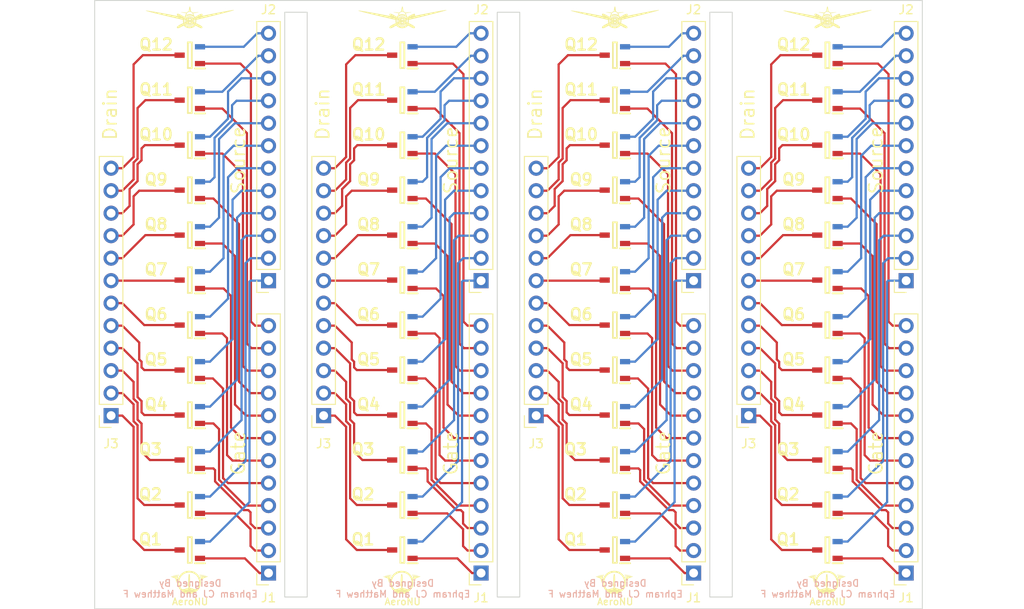
<source format=kicad_pcb>
(kicad_pcb (version 20221018) (generator pcbnew)
  (layers (0 "F.Cu" signal) (31 "B.Cu" signal) (34 "B.Paste" user) (35 "F.Paste" user) (36 "B.SilkS" user "B.Silkscreen") (37 "F.SilkS" user "F.Silkscreen") (38 "B.Mask" user) (39 "F.Mask" user) (44 "Edge.Cuts" user))
  (net 0 "")
  (net 1 "Net-(J1-Pin_1)")
  (net 2 "Net-(J1-Pin_2)")
  (net 3 "Net-(J1-Pin_3)")
  (net 4 "Net-(J1-Pin_4)")
  (net 5 "Net-(J1-Pin_5)")
  (net 6 "Net-(J1-Pin_6)")
  (net 7 "Net-(J1-Pin_7)")
  (net 8 "Net-(J1-Pin_8)")
  (net 9 "Net-(J1-Pin_9)")
  (net 10 "Net-(J1-Pin_10)")
  (net 11 "Net-(J1-Pin_11)")
  (net 12 "Net-(J1-Pin_12)")
  (net 13 "Net-(J2-Pin_1)")
  (net 14 "Net-(J2-Pin_2)")
  (net 15 "Net-(J2-Pin_3)")
  (net 16 "Net-(J2-Pin_4)")
  (net 17 "Net-(J2-Pin_5)")
  (net 18 "Net-(J2-Pin_6)")
  (net 19 "Net-(J2-Pin_7)")
  (net 20 "Net-(J2-Pin_8)")
  (net 21 "Net-(J2-Pin_9)")
  (net 22 "Net-(J2-Pin_10)")
  (net 23 "Net-(J2-Pin_11)")
  (net 24 "Net-(J2-Pin_12)")
  (net 25 "Net-(J3-Pin_1)")
  (net 26 "Net-(J3-Pin_2)")
  (net 27 "Net-(J3-Pin_3)")
  (net 28 "Net-(J3-Pin_4)")
  (net 29 "Net-(J3-Pin_5)")
  (net 30 "Net-(J3-Pin_6)")
  (net 31 "Net-(J3-Pin_7)")
  (net 32 "Net-(J3-Pin_8)")
  (net 33 "Net-(J3-Pin_9)")
  (net 34 "Net-(J3-Pin_10)")
  (net 35 "Net-(J3-Pin_11)")
  (net 36 "Net-(J3-Pin_12)")
  (footprint "FixedWing:SOT95P260X110-3N" (layer "F.Cu") (at 110.617 109.154 180)
    (fp_text reference "Q3")
    (fp_text value "BSS308PE_H6327" hide)
  )
  (footprint "FixedWing:SOT95P260X110-3N" (layer "F.Cu") (at 158.623 114.234 180)
    (fp_text reference "Q2")
    (fp_text value "BSS308PE_H6327" hide)
  )
  (footprint "FixedWing:SOT95P260X110-3N" (layer "F.Cu") (at 110.617 98.994 180)
    (fp_text reference "Q5")
    (fp_text value "BSS308PE_H6327" hide)
  )
  (footprint "FixedWing:SOT95P260X110-3N" (layer "F.Cu") (at 110.617 78.674 180)
    (fp_text reference "Q9")
    (fp_text value "BSS308PE_H6327" hide)
  )
  (footprint "FixedWing:SOT95P260X110-3N" (layer "F.Cu") (at 182.626 119.314 180)
    (fp_text reference "Q1")
    (fp_text value "BSS308PE_H6327" hide)
  )
  (footprint "FixedWing:SOT95P260X110-3N" (layer "F.Cu") (at 110.617 83.754 180)
    (fp_text reference "Q8")
    (fp_text value "BSS308PE_H6327" hide)
  )
  (footprint "Connector_PinSocket_2.54mm:PinSocket_1x12_P2.54mm_Vertical" (layer "F.Cu") (at 167.513 88.9 180)
    (fp_text reference "J2")
    (fp_text value "Conn_01x12")
  )
  (footprint "FixedWing:SOT95P260X110-3N" (layer "F.Cu") (at 134.62 114.234 180)
    (fp_text reference "Q2")
    (fp_text value "BSS308PE_H6327" hide)
  )
  (footprint "FixedWing:SOT95P260X110-3N" (layer "F.Cu") (at 134.62 109.154 180)
    (fp_text reference "Q3")
    (fp_text value "BSS308PE_H6327" hide)
  )
  (footprint "FixedWing:SOT95P260X110-3N" (layer "F.Cu") (at 182.626 78.674 180)
    (fp_text reference "Q9")
    (fp_text value "BSS308PE_H6327" hide)
  )
  (footprint "FixedWing:SOT95P260X110-3N" (layer "F.Cu") (at 134.62 104.074 180)
    (fp_text reference "Q4")
    (fp_text value "BSS308PE_H6327" hide)
  )
  (footprint "Connector_PinSocket_2.54mm:PinSocket_1x12_P2.54mm_Vertical" (layer "F.Cu") (at 149.733 104.14 180)
    (fp_text reference "J3")
    (fp_text value "Conn_01x12")
  )
  (footprint "FixedWing:SOT95P260X110-3N" (layer "F.Cu") (at 182.626 73.594 180)
    (fp_text reference "Q10")
    (fp_text value "BSS308PE_H6327" hide)
  )
  (footprint "Connector_PinSocket_2.54mm:PinSocket_1x12_P2.54mm_Vertical" (layer "F.Cu") (at 167.513 121.92 180)
    (fp_text reference "J1")
    (fp_text value "Conn_01x12")
  )
  (footprint "FixedWing:SOT95P260X110-3N" (layer "F.Cu") (at 134.62 93.914 180)
    (fp_text reference "Q6")
    (fp_text value "BSS308PE_H6327" hide)
  )
  (footprint "FixedWing:SOT95P260X110-3N" (layer "F.Cu") (at 110.617 104.074 180)
    (fp_text reference "Q4")
    (fp_text value "BSS308PE_H6327" hide)
  )
  (footprint "FixedWing:SOT95P260X110-3N" (layer "F.Cu") (at 134.62 73.594 180)
    (fp_text reference "Q10")
    (fp_text value "BSS308PE_H6327" hide)
  )
  (footprint "FixedWing:SOT95P260X110-3N" (layer "F.Cu") (at 158.623 88.834 180)
    (fp_text reference "Q7")
    (fp_text value "BSS308PE_H6327" hide)
  )
  (footprint "FixedWing:SOT95P260X110-3N" (layer "F.Cu") (at 110.617 63.434 180)
    (fp_text reference "Q12")
    (fp_text value "BSS308PE_H6327" hide)
  )
  (footprint "FixedWing:SOT95P260X110-3N" (layer "F.Cu") (at 182.626 114.234 180)
    (fp_text reference "Q2")
    (fp_text value "BSS308PE_H6327" hide)
  )
  (footprint "FixedWing:SOT95P260X110-3N" (layer "F.Cu") (at 182.626 98.994 180)
    (fp_text reference "Q5")
    (fp_text value "BSS308PE_H6327" hide)
  )
  (footprint "FixedWing:SOT95P260X110-3N" (layer "F.Cu") (at 110.617 68.514 180)
    (fp_text reference "Q11")
    (fp_text value "BSS308PE_H6327" hide)
  )
  (footprint "FixedWing:FixedWing - Logo (Smol)" (layer "F.Cu") (at 110.638014 59.826019)
    (fp_text reference "FixedWing" hide)
    (fp_text value "LOGO" hide)
  )
  (footprint "FixedWing:SOT95P260X110-3N" (layer "F.Cu") (at 158.623 119.314 180)
    (fp_text reference "Q1")
    (fp_text value "BSS308PE_H6327" hide)
  )
  (footprint "FixedWing:SOT95P260X110-3N" (layer "F.Cu") (at 182.626 68.514 180)
    (fp_text reference "Q11")
    (fp_text value "BSS308PE_H6327" hide)
  )
  (footprint "FixedWing:SOT95P260X110-3N" (layer "F.Cu") (at 182.626 104.074 180)
    (fp_text reference "Q4")
    (fp_text value "BSS308PE_H6327" hide)
  )
  (footprint "Connector_PinSocket_2.54mm:PinSocket_1x12_P2.54mm_Vertical" (layer "F.Cu") (at 119.507 121.92 180)
    (fp_text reference "J1")
    (fp_text value "Conn_01x12")
  )
  (footprint "FixedWing:SOT95P260X110-3N" (layer "F.Cu") (at 158.623 63.434 180)
    (fp_text reference "Q12")
    (fp_text value "BSS308PE_H6327" hide)
  )
  (footprint "FixedWing:AeroNU - Logo (Smol)" (layer "F.Cu") (at 158.688749 125.734988)
    (fp_text reference "AeroNU" hide)
    (fp_text value "LOGO" hide)
  )
  (footprint "FixedWing:SOT95P260X110-3N" (layer "F.Cu") (at 110.617 119.314 180)
    (fp_text reference "Q1")
    (fp_text value "BSS308PE_H6327" hide)
  )
  (footprint "FixedWing:FixedWing - Logo (Smol)" (layer "F.Cu") (at 134.641014 59.826019)
    (fp_text reference "FixedWing" hide)
    (fp_text value "LOGO" hide)
  )
  (footprint "FixedWing:SOT95P260X110-3N" (layer "F.Cu") (at 158.623 68.514 180)
    (fp_text reference "Q11")
    (fp_text value "BSS308PE_H6327" hide)
  )
  (footprint "FixedWing:FixedWing - Logo (Smol)" (layer "F.Cu") (at 182.647014 59.826019)
    (fp_text reference "FixedWing" hide)
    (fp_text value "LOGO" hide)
  )
  (footprint "FixedWing:SOT95P260X110-3N" (layer "F.Cu") (at 134.62 119.314 180)
    (fp_text reference "Q1")
    (fp_text value "BSS308PE_H6327" hide)
  )
  (footprint "Connector_PinSocket_2.54mm:PinSocket_1x12_P2.54mm_Vertical" (layer "F.Cu") (at 125.73 104.14 180)
    (fp_text reference "J3")
    (fp_text value "Conn_01x12")
  )
  (footprint "FixedWing:AeroNU - Logo (Smol)" (layer "F.Cu") (at 110.682749 125.734988)
    (fp_text reference "AeroNU" hide)
    (fp_text value "LOGO" hide)
  )
  (footprint "FixedWing:SOT95P260X110-3N" (layer "F.Cu") (at 182.626 109.154 180)
    (fp_text reference "Q3")
    (fp_text value "BSS308PE_H6327" hide)
  )
  (footprint "FixedWing:SOT95P260X110-3N" (layer "F.Cu") (at 110.617 93.914 180)
    (fp_text reference "Q6")
    (fp_text value "BSS308PE_H6327" hide)
  )
  (footprint "Connector_PinSocket_2.54mm:PinSocket_1x12_P2.54mm_Vertical" (layer "F.Cu") (at 119.507 88.9 180)
    (fp_text reference "J2")
    (fp_text value "Conn_01x12")
  )
  (footprint "FixedWing:SOT95P260X110-3N" (layer "F.Cu") (at 158.623 73.594 180)
    (fp_text reference "Q10")
    (fp_text value "BSS308PE_H6327" hide)
  )
  (footprint "Connector_PinSocket_2.54mm:PinSocket_1x12_P2.54mm_Vertical" (layer "F.Cu") (at 173.736 104.14 180)
    (fp_text reference "J3")
    (fp_text value "Conn_01x12")
  )
  (footprint "FixedWing:SOT95P260X110-3N" (layer "F.Cu") (at 158.623 78.674 180)
    (fp_text reference "Q9")
    (fp_text value "BSS308PE_H6327" hide)
  )
  (footprint "FixedWing:SOT95P260X110-3N" (layer "F.Cu") (at 110.617 73.594 180)
    (fp_text reference "Q10")
    (fp_text value "BSS308PE_H6327" hide)
  )
  (footprint "FixedWing:AeroNU - Logo (Smol)" (layer "F.Cu") (at 134.685749 125.734988)
    (fp_text reference "AeroNU" hide)
    (fp_text value "LOGO" hide)
  )
  (footprint "FixedWing:SOT95P260X110-3N" (layer "F.Cu") (at 134.62 83.754 180)
    (fp_text reference "Q8")
    (fp_text value "BSS308PE_H6327" hide)
  )
  (footprint "Connector_PinSocket_2.54mm:PinSocket_1x12_P2.54mm_Vertical" (layer "F.Cu") (at 143.51 121.92 180)
    (fp_text reference "J1")
    (fp_text value "Conn_01x12")
  )
  (footprint "Connector_PinSocket_2.54mm:PinSocket_1x12_P2.54mm_Vertical" (layer "F.Cu") (at 143.51 88.9 180)
    (fp_text reference "J2")
    (fp_text value "Conn_01x12")
  )
  (footprint "FixedWing:AeroNU - Logo (Smol)" (layer "F.Cu") (at 182.691749 125.734988)
    (fp_text reference "AeroNU" hide)
    (fp_text value "LOGO" hide)
  )
  (footprint "FixedWing:SOT95P260X110-3N" (layer "F.Cu") (at 134.62 78.674 180)
    (fp_text reference "Q9")
    (fp_text value "BSS308PE_H6327" hide)
  )
  (footprint "FixedWing:SOT95P260X110-3N" (layer "F.Cu") (at 182.626 88.834 180)
    (fp_text reference "Q7")
    (fp_text value "BSS308PE_H6327" hide)
  )
  (footprint "FixedWing:SOT95P260X110-3N" (layer "F.Cu") (at 134.62 68.514 180)
    (fp_text reference "Q11")
    (fp_text value "BSS308PE_H6327" hide)
  )
  (footprint "FixedWing:SOT95P260X110-3N" (layer "F.Cu") (at 158.623 104.074 180)
    (fp_text reference "Q4")
    (fp_text value "BSS308PE_H6327" hide)
  )
  (footprint "FixedWing:SOT95P260X110-3N" (layer "F.Cu") (at 134.62 88.834 180)
    (fp_text reference "Q7")
    (fp_text value "BSS308PE_H6327" hide)
  )
  (footprint "Connector_PinSocket_2.54mm:PinSocket_1x12_P2.54mm_Vertical" (layer "F.Cu") (at 101.727 104.14 180)
    (fp_text reference "J3")
    (fp_text value "Conn_01x12")
  )
  (footprint "FixedWing:SOT95P260X110-3N" (layer "F.Cu") (at 158.623 109.154 180)
    (fp_text reference "Q3")
    (fp_text value "BSS308PE_H6327" hide)
  )
  (footprint "Connector_PinSocket_2.54mm:PinSocket_1x12_P2.54mm_Vertical" (layer "F.Cu") (at 191.516 121.92 180)
    (fp_text reference "J1")
    (fp_text value "Conn_01x12")
  )
  (footprint "FixedWing:SOT95P260X110-3N" (layer "F.Cu") (at 134.62 63.434 180)
    (fp_text reference "Q12")
    (fp_text value "BSS308PE_H6327" hide)
  )
  (footprint "FixedWing:SOT95P260X110-3N" (layer "F.Cu") (at 158.623 83.754 180)
    (fp_text reference "Q8")
    (fp_text value "BSS308PE_H6327" hide)
  )
  (footprint "FixedWing:SOT95P260X110-3N" (layer "F.Cu") (at 182.626 63.434 180)
    (fp_text reference "Q12")
    (fp_text value "BSS308PE_H6327" hide)
  )
  (footprint "FixedWing:FixedWing - Logo (Smol)" (layer "F.Cu") (at 158.644014 59.826019)
    (fp_text reference "FixedWing" hide)
    (fp_text value "LOGO" hide)
  )
  (footprint "FixedWing:SOT95P260X110-3N" (layer "F.Cu") (at 134.62 98.994 180)
    (fp_text reference "Q5")
    (fp_text value "BSS308PE_H6327" hide)
  )
  (footprint "Connector_PinSocket_2.54mm:PinSocket_1x12_P2.54mm_Vertical" (layer "F.Cu") (at 191.516 88.9 180)
    (fp_text reference "J2")
    (fp_text value "Conn_01x12")
  )
  (footprint "FixedWing:SOT95P260X110-3N" (layer "F.Cu") (at 110.617 114.234 180)
    (fp_text reference "Q2")
    (fp_text value "BSS308PE_H6327" hide)
  )
  (footprint "FixedWing:SOT95P260X110-3N" (layer "F.Cu") (at 110.617 88.834 180)
    (fp_text reference "Q7")
    (fp_text value "BSS308PE_H6327" hide)
  )
  (footprint "FixedWing:SOT95P260X110-3N" (layer "F.Cu") (at 158.623 98.994 180)
    (fp_text reference "Q5")
    (fp_text value "BSS308PE_H6327" hide)
  )
  (footprint "FixedWing:SOT95P260X110-3N" (layer "F.Cu") (at 158.623 93.914 180)
    (fp_text reference "Q6")
    (fp_text value "BSS308PE_H6327" hide)
  )
  (footprint "FixedWing:SOT95P260X110-3N" (layer "F.Cu") (at 182.626 93.914 180)
    (fp_text reference "Q6")
    (fp_text value "BSS308PE_H6327" hide)
  )
  (footprint "FixedWing:SOT95P260X110-3N" (layer "F.Cu") (at 182.626 83.754 180)
    (fp_text reference "Q8")
    (fp_text value "BSS308PE_H6327" hide)
  )
  (gr_rect (start 145.3388 58.5851) (end 147.8788 124.6251) (stroke (width 0.1)) (fill none) (layer "Edge.Cuts"))
  (gr_rect (start 169.3418 58.5851) (end 171.8818 124.6251) (stroke (width 0.1)) (fill none) (layer "Edge.Cuts"))
  (gr_rect (start 121.3358 58.5851) (end 123.8758 124.6251) (stroke (width 0.1)) (fill none) (layer "Edge.Cuts"))
  (gr_rect (start 99.8728 57.2516) (end 193.3448 125.9586) (stroke (width 0.1)) (fill none) (layer "Edge.Cuts"))
  (gr_text "Designed By\nEphram CJ and Matthew F" (at 110.6678 124.7394) (layer "B.SilkS") (effects (font (size 0.762 0.762) (thickness 0.127) bold) (justify bottom mirror)))
  (gr_text "Designed By\nEphram CJ and Matthew F" (at 182.6768 124.7394) (layer "B.SilkS") (effects (font (size 0.762 0.762) (thickness 0.127) bold) (justify bottom mirror)))
  (gr_text "Designed By\nEphram CJ and Matthew F" (at 158.6738 124.7394) (layer "B.SilkS") (effects (font (size 0.762 0.762) (thickness 0.127) bold) (justify bottom mirror)))
  (gr_text "Designed By\nEphram CJ and Matthew F" (at 134.6708 124.7394) (layer "B.SilkS") (effects (font (size 0.762 0.762) (thickness 0.127) bold) (justify bottom mirror)))
  (gr_text "Source\n" (at 116.967 79.248 90) (layer "F.SilkS") (effects (font (size 1.5 1.5) (thickness 0.1875)) (justify left bottom)))
  (gr_text "AeroNU" (at 156.5402 125.603) (layer "F.SilkS") (effects (font (size 0.762 0.762) (thickness 0.127) bold) (justify left bottom)))
  (gr_text "AeroNU" (at 108.5342 125.603) (layer "F.SilkS") (effects (font (size 0.762 0.762) (thickness 0.127) bold) (justify left bottom)))
  (gr_text "Source\n" (at 164.973 79.248 90) (layer "F.SilkS") (effects (font (size 1.5 1.5) (thickness 0.1875)) (justify left bottom)))
  (gr_text "Gate" (at 164.973 110.998 90) (layer "F.SilkS") (effects (font (size 1.5 1.5) (thickness 0.1875)) (justify left bottom)))
  (gr_text "Source\n" (at 188.976 79.248 90) (layer "F.SilkS") (effects (font (size 1.5 1.5) (thickness 0.1875)) (justify left bottom)))
  (gr_text "Drain" (at 174.498 73.152 90) (layer "F.SilkS") (effects (font (size 1.5 1.5) (thickness 0.1875)) (justify left bottom)))
  (gr_text "Gate" (at 116.967 110.998 90) (layer "F.SilkS") (effects (font (size 1.5 1.5) (thickness 0.1875)) (justify left bottom)))
  (gr_text "Gate" (at 140.97 110.998 90) (layer "F.SilkS") (effects (font (size 1.5 1.5) (thickness 0.1875)) (justify left bottom)))
  (gr_text "Drain" (at 126.492 73.152 90) (layer "F.SilkS") (effects (font (size 1.5 1.5) (thickness 0.1875)) (justify left bottom)))
  (gr_text "Drain" (at 150.495 73.152 90) (layer "F.SilkS") (effects (font (size 1.5 1.5) (thickness 0.1875)) (justify left bottom)))
  (gr_text "Gate" (at 188.976 110.998 90) (layer "F.SilkS") (effects (font (size 1.5 1.5) (thickness 0.1875)) (justify left bottom)))
  (gr_text "Source\n" (at 140.97 79.248 90) (layer "F.SilkS") (effects (font (size 1.5 1.5) (thickness 0.1875)) (justify left bottom)))
  (gr_text "Drain" (at 102.489 73.152 90) (layer "F.SilkS") (effects (font (size 1.5 1.5) (thickness 0.1875)) (justify left bottom)))
  (gr_text "AeroNU" (at 132.5372 125.603) (layer "F.SilkS") (effects (font (size 0.762 0.762) (thickness 0.127) bold) (justify left bottom)))
  (gr_text "AeroNU" (at 180.5432 125.603) (layer "F.SilkS") (effects (font (size 0.762 0.762) (thickness 0.127) bold) (justify left bottom)))
  (segment (start 165.525 93.516) (end 165.525 65.576) (width 0.25) (layer "F.Cu") (net 1))
  (segment (start 117.519 65.576) (end 116.327 64.384) (width 0.25) (layer "F.Cu") (net 1))
  (segment (start 140.33 64.384) (end 135.77 64.384) (width 0.25) (layer "F.Cu") (net 1))
  (segment (start 165.525 65.576) (end 164.333 64.384) (width 0.25) (layer "F.Cu") (net 1))
  (segment (start 141.986 93.98) (end 141.522 93.516) (width 0.25) (layer "F.Cu") (net 1))
  (segment (start 119.507 93.98) (end 117.983 93.98) (width 0.25) (layer "F.Cu") (net 1))
  (segment (start 116.327 64.384) (end 111.767 64.384) (width 0.25) (layer "F.Cu") (net 1))
  (segment (start 141.522 93.516) (end 141.522 65.576) (width 0.25) (layer "F.Cu") (net 1))
  (segment (start 189.528 93.516) (end 189.528 65.576) (width 0.25) (layer "F.Cu") (net 1))
  (segment (start 117.519 93.516) (end 117.519 65.576) (width 0.25) (layer "F.Cu") (net 1))
  (segment (start 167.513 93.98) (end 165.989 93.98) (width 0.25) (layer "F.Cu") (net 1))
  (segment (start 117.983 93.98) (end 117.519 93.516) (width 0.25) (layer "F.Cu") (net 1))
  (segment (start 188.336 64.384) (end 183.776 64.384) (width 0.25) (layer "F.Cu") (net 1))
  (segment (start 164.333 64.384) (end 159.773 64.384) (width 0.25) (layer "F.Cu") (net 1))
  (segment (start 189.528 65.576) (end 188.336 64.384) (width 0.25) (layer "F.Cu") (net 1))
  (segment (start 189.992 93.98) (end 189.528 93.516) (width 0.25) (layer "F.Cu") (net 1))
  (segment (start 141.522 65.576) (end 140.33 64.384) (width 0.25) (layer "F.Cu") (net 1))
  (segment (start 143.51 93.98) (end 141.986 93.98) (width 0.25) (layer "F.Cu") (net 1))
  (segment (start 165.989 93.98) (end 165.525 93.516) (width 0.25) (layer "F.Cu") (net 1))
  (segment (start 191.516 93.98) (end 189.992 93.98) (width 0.25) (layer "F.Cu") (net 1))
  (segment (start 141.58 96.52) (end 141.072 96.012) (width 0.25) (layer "F.Cu") (net 2))
  (segment (start 119.507 96.52) (end 117.577 96.52) (width 0.25) (layer "F.Cu") (net 2))
  (segment (start 189.586 96.52) (end 189.078 96.012) (width 0.25) (layer "F.Cu") (net 2))
  (segment (start 141.072 96.012) (end 141.072 72.238) (width 0.25) (layer "F.Cu") (net 2))
  (segment (start 165.075 96.012) (end 165.075 72.238) (width 0.25) (layer "F.Cu") (net 2))
  (segment (start 143.51 96.52) (end 141.58 96.52) (width 0.25) (layer "F.Cu") (net 2))
  (segment (start 138.298 69.464) (end 135.77 69.464) (width 0.25) (layer "F.Cu") (net 2))
  (segment (start 162.301 69.464) (end 159.773 69.464) (width 0.25) (layer "F.Cu") (net 2))
  (segment (start 167.513 96.52) (end 165.583 96.52) (width 0.25) (layer "F.Cu") (net 2))
  (segment (start 141.072 72.238) (end 138.298 69.464) (width 0.25) (layer "F.Cu") (net 2))
  (segment (start 114.295 69.464) (end 111.767 69.464) (width 0.25) (layer "F.Cu") (net 2))
  (segment (start 191.516 96.52) (end 189.586 96.52) (width 0.25) (layer "F.Cu") (net 2))
  (segment (start 165.075 72.238) (end 162.301 69.464) (width 0.25) (layer "F.Cu") (net 2))
  (segment (start 189.078 96.012) (end 189.078 72.238) (width 0.25) (layer "F.Cu") (net 2))
  (segment (start 165.583 96.52) (end 165.075 96.012) (width 0.25) (layer "F.Cu") (net 2))
  (segment (start 117.577 96.52) (end 117.069 96.012) (width 0.25) (layer "F.Cu") (net 2))
  (segment (start 117.069 72.238) (end 114.295 69.464) (width 0.25) (layer "F.Cu") (net 2))
  (segment (start 117.069 96.012) (end 117.069 72.238) (width 0.25) (layer "F.Cu") (net 2))
  (segment (start 186.304 69.464) (end 183.776 69.464) (width 0.25) (layer "F.Cu") (net 2))
  (segment (start 189.078 72.238) (end 186.304 69.464) (width 0.25) (layer "F.Cu") (net 2))
  (segment (start 167.513 99.06) (end 165.133 99.06) (width 0.25) (layer "F.Cu") (net 3))
  (segment (start 119.507 99.06) (end 117.127 99.06) (width 0.25) (layer "F.Cu") (net 3))
  (segment (start 114.295 74.544) (end 111.767 74.544) (width 0.25) (layer "F.Cu") (net 3))
  (segment (start 188.628 98.552) (end 188.628 76.868) (width 0.25) (layer "F.Cu") (net 3))
  (segment (start 116.619 98.552) (end 116.619 76.868) (width 0.25) (layer "F.Cu") (net 3))
  (segment (start 186.304 74.544) (end 183.776 74.544) (width 0.25) (layer "F.Cu") (net 3))
  (segment (start 138.298 74.544) (end 135.77 74.544) (width 0.25) (layer "F.Cu") (net 3))
  (segment (start 191.516 99.06) (end 189.136 99.06) (width 0.25) (layer "F.Cu") (net 3))
  (segment (start 189.136 99.06) (end 188.628 98.552) (width 0.25) (layer "F.Cu") (net 3))
  (segment (start 117.127 99.06) (end 116.619 98.552) (width 0.25) (layer "F.Cu") (net 3))
  (segment (start 143.51 99.06) (end 141.13 99.06) (width 0.25) (layer "F.Cu") (net 3))
  (segment (start 140.622 76.868) (end 138.298 74.544) (width 0.25) (layer "F.Cu") (net 3))
  (segment (start 165.133 99.06) (end 164.625 98.552) (width 0.25) (layer "F.Cu") (net 3))
  (segment (start 162.301 74.544) (end 159.773 74.544) (width 0.25) (layer "F.Cu") (net 3))
  (segment (start 164.625 76.868) (end 162.301 74.544) (width 0.25) (layer "F.Cu") (net 3))
  (segment (start 188.628 76.868) (end 186.304 74.544) (width 0.25) (layer "F.Cu") (net 3))
  (segment (start 164.625 98.552) (end 164.625 76.868) (width 0.25) (layer "F.Cu") (net 3))
  (segment (start 141.13 99.06) (end 140.622 98.552) (width 0.25) (layer "F.Cu") (net 3))
  (segment (start 140.622 98.552) (end 140.622 76.868) (width 0.25) (layer "F.Cu") (net 3))
  (segment (start 116.619 76.868) (end 114.295 74.544) (width 0.25) (layer "F.Cu") (net 3))
  (segment (start 137.282 79.624) (end 135.77 79.624) (width 0.25) (layer "F.Cu") (net 4))
  (segment (start 185.288 79.624) (end 183.776 79.624) (width 0.25) (layer "F.Cu") (net 4))
  (segment (start 189.484 101.6) (end 188.178 100.294) (width 0.25) (layer "F.Cu") (net 4))
  (segment (start 165.481 101.6) (end 164.175 100.294) (width 0.25) (layer "F.Cu") (net 4))
  (segment (start 188.178 100.294) (end 188.178 82.514) (width 0.25) (layer "F.Cu") (net 4))
  (segment (start 143.51 101.6) (end 141.478 101.6) (width 0.25) (layer "F.Cu") (net 4))
  (segment (start 116.169 82.514) (end 113.279 79.624) (width 0.25) (layer "F.Cu") (net 4))
  (segment (start 188.178 82.514) (end 185.288 79.624) (width 0.25) (layer "F.Cu") (net 4))
  (segment (start 164.175 100.294) (end 164.175 82.514) (width 0.25) (layer "F.Cu") (net 4))
  (segment (start 116.169 100.294) (end 116.169 82.514) (width 0.25) (layer "F.Cu") (net 4))
  (segment (start 167.513 101.6) (end 165.481 101.6) (width 0.25) (layer "F.Cu") (net 4))
  (segment (start 140.172 100.294) (end 140.172 82.514) (width 0.25) (layer "F.Cu") (net 4))
  (segment (start 140.172 82.514) (end 137.282 79.624) (width 0.25) (layer "F.Cu") (net 4))
  (segment (start 191.516 101.6) (end 189.484 101.6) (width 0.25) (layer "F.Cu") (net 4))
  (segment (start 113.279 79.624) (end 111.767 79.624) (width 0.25) (layer "F.Cu") (net 4))
  (segment (start 117.475 101.6) (end 116.169 100.294) (width 0.25) (layer "F.Cu") (net 4))
  (segment (start 161.285 79.624) (end 159.773 79.624) (width 0.25) (layer "F.Cu") (net 4))
  (segment (start 119.507 101.6) (end 117.475 101.6) (width 0.25) (layer "F.Cu") (net 4))
  (segment (start 141.478 101.6) (end 140.172 100.294) (width 0.25) (layer "F.Cu") (net 4))
  (segment (start 164.175 82.514) (end 161.285 79.624) (width 0.25) (layer "F.Cu") (net 4))
  (segment (start 188.976 104.14) (end 187.728 102.892) (width 0.25) (layer "F.Cu") (net 5))
  (segment (start 187.728 86.128) (end 186.304 84.704) (width 0.25) (layer "F.Cu") (net 5))
  (segment (start 191.516 104.14) (end 188.976 104.14) (width 0.25) (layer "F.Cu") (net 5))
  (segment (start 115.719 102.892) (end 115.719 86.128) (width 0.25) (layer "F.Cu") (net 5))
  (segment (start 163.725 102.892) (end 163.725 86.128) (width 0.25) (layer "F.Cu") (net 5))
  (segment (start 139.722 86.128) (end 138.298 84.704) (width 0.25) (layer "F.Cu") (net 5))
  (segment (start 138.298 84.704) (end 135.77 84.704) (width 0.25) (layer "F.Cu") (net 5))
  (segment (start 164.973 104.14) (end 163.725 102.892) (width 0.25) (layer "F.Cu") (net 5))
  (segment (start 116.967 104.14) (end 115.719 102.892) (width 0.25) (layer "F.Cu") (net 5))
  (segment (start 162.301 84.704) (end 159.773 84.704) (width 0.25) (layer "F.Cu") (net 5))
  (segment (start 115.719 86.128) (end 114.295 84.704) (width 0.25) (layer "F.Cu") (net 5))
  (segment (start 187.728 102.892) (end 187.728 86.128) (width 0.25) (layer "F.Cu") (net 5))
  (segment (start 163.725 86.128) (end 162.301 84.704) (width 0.25) (layer "F.Cu") (net 5))
  (segment (start 167.513 104.14) (end 164.973 104.14) (width 0.25) (layer "F.Cu") (net 5))
  (segment (start 140.97 104.14) (end 139.722 102.892) (width 0.25) (layer "F.Cu") (net 5))
  (segment (start 143.51 104.14) (end 140.97 104.14) (width 0.25) (layer "F.Cu") (net 5))
  (segment (start 114.295 84.704) (end 111.767 84.704) (width 0.25) (layer "F.Cu") (net 5))
  (segment (start 119.507 104.14) (end 116.967 104.14) (width 0.25) (layer "F.Cu") (net 5))
  (segment (start 186.304 84.704) (end 183.776 84.704) (width 0.25) (layer "F.Cu") (net 5))
  (segment (start 139.722 102.892) (end 139.722 86.128) (width 0.25) (layer "F.Cu") (net 5))
  (segment (start 114.427 89.784) (end 111.767 89.784) (width 0.25) (layer "F.Cu") (net 6))
  (segment (start 191.516 106.68) (end 188.468 106.68) (width 0.25) (layer "F.Cu") (net 6))
  (segment (start 115.269 105.49) (end 115.269 90.626) (width 0.25) (layer "F.Cu") (net 6))
  (segment (start 186.436 89.784) (end 183.776 89.784) (width 0.25) (layer "F.Cu") (net 6))
  (segment (start 140.462 106.68) (end 139.272 105.49) (width 0.25) (layer "F.Cu") (net 6))
  (segment (start 164.465 106.68) (end 163.275 105.49) (width 0.25) (layer "F.Cu") (net 6))
  (segment (start 187.278 90.626) (end 186.436 89.784) (width 0.25) (layer "F.Cu") (net 6))
  (segment (start 163.275 90.626) (end 162.433 89.784) (width 0.25) (layer "F.Cu") (net 6))
  (segment (start 139.272 90.626) (end 138.43 89.784) (width 0.25) (layer "F.Cu") (net 6))
  (segment (start 116.459 106.68) (end 115.269 105.49) (width 0.25) (layer "F.Cu") (net 6))
  (segment (start 119.507 106.68) (end 116.459 106.68) (width 0.25) (layer "F.Cu") (net 6))
  (segment (start 139.272 105.49) (end 139.272 90.626) (width 0.25) (layer "F.Cu") (net 6))
  (segment (start 138.43 89.784) (end 135.77 89.784) (width 0.25) (layer "F.Cu") (net 6))
  (segment (start 163.275 105.49) (end 163.275 90.626) (width 0.25) (layer "F.Cu") (net 6))
  (segment (start 188.468 106.68) (end 187.278 105.49) (width 0.25) (layer "F.Cu") (net 6))
  (segment (start 143.51 106.68) (end 140.462 106.68) (width 0.25) (layer "F.Cu") (net 6))
  (segment (start 167.513 106.68) (end 164.465 106.68) (width 0.25) (layer "F.Cu") (net 6))
  (segment (start 162.433 89.784) (end 159.773 89.784) (width 0.25) (layer "F.Cu") (net 6))
  (segment (start 187.278 105.49) (end 187.278 90.626) (width 0.25) (layer "F.Cu") (net 6))
  (segment (start 115.269 90.626) (end 114.427 89.784) (width 0.25) (layer "F.Cu") (net 6))
  (segment (start 186.828 108.596) (end 186.828 95.388) (width 0.25) (layer "F.Cu") (net 7))
  (segment (start 162.301 94.864) (end 159.773 94.864) (width 0.25) (layer "F.Cu") (net 7))
  (segment (start 162.825 108.596) (end 162.825 95.388) (width 0.25) (layer "F.Cu") (net 7))
  (segment (start 187.452 109.22) (end 186.828 108.596) (width 0.25) (layer "F.Cu") (net 7))
  (segment (start 119.507 109.22) (end 115.443 109.22) (width 0.25) (layer "F.Cu") (net 7))
  (segment (start 138.822 95.388) (end 138.298 94.864) (width 0.25) (layer "F.Cu") (net 7))
  (segment (start 139.446 109.22) (end 138.822 108.596) (width 0.25) (layer "F.Cu") (net 7))
  (segment (start 115.443 109.22) (end 114.819 108.596) (width 0.25) (layer "F.Cu") (net 7))
  (segment (start 163.449 109.22) (end 162.825 108.596) (width 0.25) (layer "F.Cu") (net 7))
  (segment (start 138.822 108.596) (end 138.822 95.388) (width 0.25) (layer "F.Cu") (net 7))
  (segment (start 191.516 109.22) (end 187.452 109.22) (width 0.25) (layer "F.Cu") (net 7))
  (segment (start 114.819 95.388) (end 114.295 94.864) (width 0.25) (layer "F.Cu") (net 7))
  (segment (start 186.828 95.388) (end 186.304 94.864) (width 0.25) (layer "F.Cu") (net 7))
  (segment (start 143.51 109.22) (end 139.446 109.22) (width 0.25) (layer "F.Cu") (net 7))
  (segment (start 186.304 94.864) (end 183.776 94.864) (width 0.25) (layer "F.Cu") (net 7))
  (segment (start 162.825 95.388) (end 162.301 94.864) (width 0.25) (layer "F.Cu") (net 7))
  (segment (start 138.298 94.864) (end 135.77 94.864) (width 0.25) (layer "F.Cu") (net 7))
  (segment (start 167.513 109.22) (end 163.449 109.22) (width 0.25) (layer "F.Cu") (net 7))
  (segment (start 114.295 94.864) (end 111.767 94.864) (width 0.25) (layer "F.Cu") (net 7))
  (segment (start 114.819 108.596) (end 114.819 95.388) (width 0.25) (layer "F.Cu") (net 7))
  (segment (start 143.51 111.76) (end 138.938 111.76) (width 0.25) (layer "F.Cu") (net 8))
  (segment (start 186.944 111.76) (end 186.378 111.194) (width 0.25) (layer "F.Cu") (net 8))
  (segment (start 191.516 111.76) (end 186.944 111.76) (width 0.25) (layer "F.Cu") (net 8))
  (segment (start 161.227 99.944) (end 159.773 99.944) (width 0.25) (layer "F.Cu") (net 8))
  (segment (start 138.372 111.194) (end 138.372 101.092) (width 0.25) (layer "F.Cu") (net 8))
  (segment (start 119.507 111.76) (end 114.935 111.76) (width 0.25) (layer "F.Cu") (net 8))
  (segment (start 138.938 111.76) (end 138.372 111.194) (width 0.25) (layer "F.Cu") (net 8))
  (segment (start 186.378 101.092) (end 185.23 99.944) (width 0.25) (layer "F.Cu") (net 8))
  (segment (start 114.369 101.092) (end 113.221 99.944) (width 0.25) (layer "F.Cu") (net 8))
  (segment (start 162.941 111.76) (end 162.375 111.194) (width 0.25) (layer "F.Cu") (net 8))
  (segment (start 114.369 111.194) (end 114.369 101.092) (width 0.25) (layer "F.Cu") (net 8))
  (segment (start 138.372 101.092) (end 137.224 99.944) (width 0.25) (layer "F.Cu") (net 8))
  (segment (start 162.375 111.194) (end 162.375 101.092) (width 0.25) (layer "F.Cu") (net 8))
  (segment (start 185.23 99.944) (end 183.776 99.944) (width 0.25) (layer "F.Cu") (net 8))
  (segment (start 186.378 111.194) (end 186.378 101.092) (width 0.25) (layer "F.Cu") (net 8))
  (segment (start 114.935 111.76) (end 114.369 111.194) (width 0.25) (layer "F.Cu") (net 8))
  (segment (start 137.224 99.944) (end 135.77 99.944) (width 0.25) (layer "F.Cu") (net 8))
  (segment (start 162.375 101.092) (end 161.227 99.944) (width 0.25) (layer "F.Cu") (net 8))
  (segment (start 113.221 99.944) (end 111.767 99.944) (width 0.25) (layer "F.Cu") (net 8))
  (segment (start 167.513 111.76) (end 162.941 111.76) (width 0.25) (layer "F.Cu") (net 8))
  (segment (start 113.919 111.380396) (end 113.919 105.664) (width 0.25) (layer "F.Cu") (net 9))
  (segment (start 188.847604 114.3) (end 185.928 111.380396) (width 0.25) (layer "F.Cu") (net 9))
  (segment (start 185.288 105.024) (end 183.776 105.024) (width 0.25) (layer "F.Cu") (net 9))
  (segment (start 161.285 105.024) (end 159.773 105.024) (width 0.25) (layer "F.Cu") (net 9))
  (segment (start 161.925 105.664) (end 161.285 105.024) (width 0.25) (layer "F.Cu") (net 9))
  (segment (start 113.279 105.024) (end 111.767 105.024) (width 0.25) (layer "F.Cu") (net 9))
  (segment (start 137.922 105.664) (end 137.282 105.024) (width 0.25) (layer "F.Cu") (net 9))
  (segment (start 140.841604 114.3) (end 137.922 111.380396) (width 0.25) (layer "F.Cu") (net 9))
  (segment (start 137.922 111.380396) (end 137.922 105.664) (width 0.25) (layer "F.Cu") (net 9))
  (segment (start 161.925 111.380396) (end 161.925 105.664) (width 0.25) (layer "F.Cu") (net 9))
  (segment (start 185.928 105.664) (end 185.288 105.024) (width 0.25) (layer "F.Cu") (net 9))
  (segment (start 119.507 114.3) (end 116.838604 114.3) (width 0.25) (layer "F.Cu") (net 9))
  (segment (start 116.838604 114.3) (end 113.919 111.380396) (width 0.25) (layer "F.Cu") (net 9))
  (segment (start 113.919 105.664) (end 113.279 105.024) (width 0.25) (layer "F.Cu") (net 9))
  (segment (start 167.513 114.3) (end 164.844604 114.3) (width 0.25) (layer "F.Cu") (net 9))
  (segment (start 185.928 111.380396) (end 185.928 105.664) (width 0.25) (layer "F.Cu") (net 9))
  (segment (start 137.282 105.024) (end 135.77 105.024) (width 0.25) (layer "F.Cu") (net 9))
  (segment (start 164.844604 114.3) (end 161.925 111.380396) (width 0.25) (layer "F.Cu") (net 9))
  (segment (start 143.51 114.3) (end 140.841604 114.3) (width 0.25) (layer "F.Cu") (net 9))
  (segment (start 191.516 114.3) (end 188.847604 114.3) (width 0.25) (layer "F.Cu") (net 9))
  (segment (start 161.475 110.294) (end 161.285 110.104) (width 0.25) (layer "F.Cu") (net 10))
  (segment (start 113.279 110.104) (end 111.767 110.104) (width 0.25) (layer "F.Cu") (net 10))
  (segment (start 141.478 116.332) (end 141.478 115.064792) (width 0.25) (layer "F.Cu") (net 10))
  (segment (start 141.221208 114.808) (end 140.713208 114.808) (width 0.25) (layer "F.Cu") (net 10))
  (segment (start 185.288 110.104) (end 183.776 110.104) (width 0.25) (layer "F.Cu") (net 10))
  (segment (start 167.513 116.84) (end 165.989 116.84) (width 0.25) (layer "F.Cu") (net 10))
  (segment (start 113.469 110.294) (end 113.279 110.104) (width 0.25) (layer "F.Cu") (net 10))
  (segment (start 189.484 115.064792) (end 189.227208 114.808) (width 0.25) (layer "F.Cu") (net 10))
  (segment (start 165.481 115.064792) (end 165.224208 114.808) (width 0.25) (layer "F.Cu") (net 10))
  (segment (start 185.478 110.294) (end 185.288 110.104) (width 0.25) (layer "F.Cu") (net 10))
  (segment (start 113.469 111.566792) (end 113.469 110.294) (width 0.25) (layer "F.Cu") (net 10))
  (segment (start 117.218208 114.808) (end 116.710208 114.808) (width 0.25) (layer "F.Cu") (net 10))
  (segment (start 161.285 110.104) (end 159.773 110.104) (width 0.25) (layer "F.Cu") (net 10))
  (segment (start 137.472 111.566792) (end 137.472 110.294) (width 0.25) (layer "F.Cu") (net 10))
  (segment (start 191.516 116.84) (end 189.992 116.84) (width 0.25) (layer "F.Cu") (net 10))
  (segment (start 119.507 116.84) (end 117.983 116.84) (width 0.25) (layer "F.Cu") (net 10))
  (segment (start 141.478 115.064792) (end 141.221208 114.808) (width 0.25) (layer "F.Cu") (net 10))
  (segment (start 165.224208 114.808) (end 164.716208 114.808) (width 0.25) (layer "F.Cu") (net 10))
  (segment (start 185.478 111.566792) (end 185.478 110.294) (width 0.25) (layer "F.Cu") (net 10))
  (segment (start 165.989 116.84) (end 165.481 116.332) (width 0.25) (layer "F.Cu") (net 10))
  (segment (start 141.986 116.84) (end 141.478 116.332) (width 0.25) (layer "F.Cu") (net 10))
  (segment (start 143.51 116.84) (end 141.986 116.84) (width 0.25) (layer "F.Cu") (net 10))
  (segment (start 161.475 111.566792) (end 161.475 110.294) (width 0.25) (layer "F.Cu") (net 10))
  (segment (start 189.992 116.84) (end 189.484 116.332) (width 0.25) (layer "F.Cu") (net 10))
  (segment (start 117.475 115.064792) (end 117.218208 114.808) (width 0.25) (layer "F.Cu") (net 10))
  (segment (start 165.481 116.332) (end 165.481 115.064792) (width 0.25) (layer "F.Cu") (net 10))
  (segment (start 117.475 116.332) (end 117.475 115.064792) (width 0.25) (layer "F.Cu") (net 10))
  (segment (start 189.484 116.332) (end 189.484 115.064792) (width 0.25) (layer "F.Cu") (net 10))
  (segment (start 188.719208 114.808) (end 185.478 111.566792) (width 0.25) (layer "F.Cu") (net 10))
  (segment (start 116.710208 114.808) (end 113.469 111.566792) (width 0.25) (layer "F.Cu") (net 10))
  (segment (start 140.713208 114.808) (end 137.472 111.566792) (width 0.25) (layer "F.Cu") (net 10))
  (segment (start 117.983 116.84) (end 117.475 116.332) (width 0.25) (layer "F.Cu") (net 10))
  (segment (start 164.716208 114.808) (end 161.475 111.566792) (width 0.25) (layer "F.Cu") (net 10))
  (segment (start 137.282 110.104) (end 135.77 110.104) (width 0.25) (layer "F.Cu") (net 10))
  (segment (start 189.227208 114.808) (end 188.719208 114.808) (width 0.25) (layer "F.Cu") (net 10))
  (segment (start 137.472 110.294) (end 137.282 110.104) (width 0.25) (layer "F.Cu") (net 10))
  (segment (start 119.507 119.38) (end 119.507 118.872) (width 0.25) (layer "F.Cu") (net 11))
  (segment (start 165.481 118.872) (end 165.481 116.968396) (width 0.25) (layer "F.Cu") (net 11))
  (segment (start 191.516 119.38) (end 191.516 118.872) (width 0.25) (layer "F.Cu") (net 11))
  (segment (start 143.51 119.38) (end 143.51 118.872) (width 0.25) (layer "F.Cu") (net 11))
  (segment (start 187.699604 115.184) (end 183.776 115.184) (width 0.25) (layer "F.Cu") (net 11))
  (segment (start 115.690604 115.184) (end 111.767 115.184) (width 0.25) (layer "F.Cu") (net 11))
  (segment (start 141.478 116.968396) (end 139.693604 115.184) (width 0.25) (layer "F.Cu") (net 11))
  (segment (start 139.693604 115.184) (end 135.77 115.184) (width 0.25) (layer "F.Cu") (net 11))
  (segment (start 117.475 118.872) (end 117.475 116.968396) (width 0.25) (layer "F.Cu") (net 11))
  (segment (start 163.696604 115.184) (end 159.773 115.184) (width 0.25) (layer "F.Cu") (net 11))
  (segment (start 189.484 118.872) (end 189.484 116.968396) (width 0.25) (layer "F.Cu") (net 11))
  (segment (start 189.484 116.968396) (end 187.699604 115.184) (width 0.25) (layer "F.Cu") (net 11))
  (segment (start 165.989 119.38) (end 165.481 118.872) (width 0.25) (layer "F.Cu") (net 11))
  (segment (start 141.478 118.872) (end 141.478 116.968396) (width 0.25) (layer "F.Cu") (net 11))
  (segment (start 167.513 119.38) (end 165.989 119.38) (width 0.25) (layer "F.Cu") (net 11))
  (segment (start 117.983 119.38) (end 117.475 118.872) (width 0.25) (layer "F.Cu") (net 11))
  (segment (start 167.513 119.38) (end 167.513 118.872) (width 0.25) (layer "F.Cu") (net 11))
  (segment (start 117.475 116.968396) (end 115.690604 115.184) (width 0.25) (layer "F.Cu") (net 11))
  (segment (start 141.986 119.38) (end 141.478 118.872) (width 0.25) (layer "F.Cu") (net 11))
  (segment (start 165.481 116.968396) (end 163.696604 115.184) (width 0.25) (layer "F.Cu") (net 11))
  (segment (start 119.507 119.38) (end 117.983 119.38) (width 0.25) (layer "F.Cu") (net 11))
  (segment (start 191.516 119.38) (end 189.992 119.38) (width 0.25) (layer "F.Cu") (net 11))
  (segment (start 143.51 119.38) (end 141.986 119.38) (width 0.25) (layer "F.Cu") (net 11))
  (segment (start 189.992 119.38) (end 189.484 118.872) (width 0.25) (layer "F.Cu") (net 11))
  (segment (start 142.494 121.92) (end 140.838 120.264) (width 0.25) (layer "F.Cu") (net 12))
  (segment (start 116.835 120.264) (end 111.767 120.264) (width 0.25) (layer "F.Cu") (net 12))
  (segment (start 188.844 120.264) (end 183.776 120.264) (width 0.25) (layer "F.Cu") (net 12))
  (segment (start 166.497 121.92) (end 164.841 120.264) (width 0.25) (layer "F.Cu") (net 12))
  (segment (start 140.838 120.264) (end 135.77 120.264) (width 0.25) (layer "F.Cu") (net 12))
  (segment (start 167.513 121.92) (end 166.497 121.92) (width 0.25) (layer "F.Cu") (net 12))
  (segment (start 118.491 121.92) (end 116.835 120.264) (width 0.25) (layer "F.Cu") (net 12))
  (segment (start 191.516 121.92) (end 190.5 121.92) (width 0.25) (layer "F.Cu") (net 12))
  (segment (start 119.507 121.92) (end 118.491 121.92) (width 0.25) (layer "F.Cu") (net 12))
  (segment (start 143.51 121.92) (end 142.494 121.92) (width 0.25) (layer "F.Cu") (net 12))
  (segment (start 164.841 120.264) (end 159.773 120.264) (width 0.25) (layer "F.Cu") (net 12))
  (segment (start 190.5 121.92) (end 188.844 120.264) (width 0.25) (layer "F.Cu") (net 12))
  (segment (start 119.507 60.96) (end 118.237 60.96) (width 0.25) (layer "B.Cu") (net 13))
  (segment (start 116.713 62.484) (end 111.767 62.484) (width 0.25) (layer "B.Cu") (net 13))
  (segment (start 191.516 60.96) (end 190.246 60.96) (width 0.25) (layer "B.Cu") (net 13))
  (segment (start 164.719 62.484) (end 159.773 62.484) (width 0.25) (layer "B.Cu") (net 13))
  (segment (start 167.513 60.96) (end 166.243 60.96) (width 0.25) (layer "B.Cu") (net 13))
  (segment (start 142.24 60.96) (end 140.716 62.484) (width 0.25) (layer "B.Cu") (net 13))
  (segment (start 190.246 60.96) (end 188.722 62.484) (width 0.25) (layer "B.Cu") (net 13))
  (segment (start 143.51 60.96) (end 142.24 60.96) (width 0.25) (layer "B.Cu") (net 13))
  (segment (start 166.243 60.96) (end 164.719 62.484) (width 0.25) (layer "B.Cu") (net 13))
  (segment (start 188.722 62.484) (end 183.776 62.484) (width 0.25) (layer "B.Cu") (net 13))
  (segment (start 140.716 62.484) (end 135.77 62.484) (width 0.25) (layer "B.Cu") (net 13))
  (segment (start 118.237 60.96) (end 116.713 62.484) (width 0.25) (layer "B.Cu") (net 13))
  (segment (start 118.350208 63.5) (end 114.286208 67.564) (width 0.25) (layer "B.Cu") (net 14))
  (segment (start 114.286208 67.564) (end 111.767 67.564) (width 0.25) (layer "B.Cu") (net 14))
  (segment (start 142.353208 63.5) (end 138.289208 67.564) (width 0.25) (layer "B.Cu") (net 14))
  (segment (start 191.516 63.5) (end 190.359208 63.5) (width 0.25) (layer "B.Cu") (net 14))
  (segment (start 143.51 63.5) (end 142.353208 63.5) (width 0.25) (layer "B.Cu") (net 14))
  (segment (start 190.359208 63.5) (end 186.295208 67.564) (width 0.25) (layer "B.Cu") (net 14))
  (segment (start 162.292208 67.564) (end 159.773 67.564) (width 0.25) (layer "B.Cu") (net 14))
  (segment (start 167.513 63.5) (end 166.356208 63.5) (width 0.25) (layer "B.Cu") (net 14))
  (segment (start 166.356208 63.5) (end 162.292208 67.564) (width 0.25) (layer "B.Cu") (net 14))
  (segment (start 119.507 63.5) (end 118.350208 63.5) (width 0.25) (layer "B.Cu") (net 14))
  (segment (start 186.295208 67.564) (end 183.776 67.564) (width 0.25) (layer "B.Cu") (net 14))
  (segment (start 138.289208 67.564) (end 135.77 67.564) (width 0.25) (layer "B.Cu") (net 14))
  (segment (start 138.938 67.551604) (end 138.938 70.612) (width 0.25) (layer "B.Cu") (net 15))
  (segment (start 186.944 67.551604) (end 186.944 70.612) (width 0.25) (layer "B.Cu") (net 15))
  (segment (start 162.941 67.551604) (end 162.941 70.612) (width 0.25) (layer "B.Cu") (net 15))
  (segment (start 167.513 66.04) (end 164.452604 66.04) (width 0.25) (layer "B.Cu") (net 15))
  (segment (start 140.449604 66.04) (end 138.938 67.551604) (width 0.25) (layer "B.Cu") (net 15))
  (segment (start 188.455604 66.04) (end 186.944 67.551604) (width 0.25) (layer "B.Cu") (net 15))
  (segment (start 184.912 72.644) (end 183.776 72.644) (width 0.25) (layer "B.Cu") (net 15))
  (segment (start 114.935 70.612) (end 112.903 72.644) (width 0.25) (layer "B.Cu") (net 15))
  (segment (start 191.516 66.04) (end 188.455604 66.04) (width 0.25) (layer "B.Cu") (net 15))
  (segment (start 119.507 66.04) (end 116.446604 66.04) (width 0.25) (layer "B.Cu") (net 15))
  (segment (start 160.909 72.644) (end 159.773 72.644) (width 0.25) (layer "B.Cu") (net 15))
  (segment (start 143.51 66.04) (end 140.449604 66.04) (width 0.25) (layer "B.Cu") (net 15))
  (segment (start 162.941 70.612) (end 160.909 72.644) (width 0.25) (layer "B.Cu") (net 15))
  (segment (start 138.938 70.612) (end 136.906 72.644) (width 0.25) (layer "B.Cu") (net 15))
  (segment (start 186.944 70.612) (end 184.912 72.644) (width 0.25) (layer "B.Cu") (net 15))
  (segment (start 114.935 67.551604) (end 114.935 70.612) (width 0.25) (layer "B.Cu") (net 15))
  (segment (start 116.446604 66.04) (end 114.935 67.551604) (width 0.25) (layer "B.Cu") (net 15))
  (segment (start 136.906 72.644) (end 135.77 72.644) (width 0.25) (layer "B.Cu") (net 15))
  (segment (start 164.452604 66.04) (end 162.941 67.551604) (width 0.25) (layer "B.Cu") (net 15))
  (segment (start 112.903 72.644) (end 111.767 72.644) (width 0.25) (layer "B.Cu") (net 15))
  (segment (start 112.903 77.724) (end 111.767 77.724) (width 0.25) (layer "B.Cu") (net 16))
  (segment (start 139.896 68.58) (end 139.388 69.088) (width 0.25) (layer "B.Cu") (net 16))
  (segment (start 167.513 68.58) (end 163.899 68.58) (width 0.25) (layer "B.Cu") (net 16))
  (segment (start 113.411 72.772396) (end 113.411 77.216) (width 0.25) (layer "B.Cu") (net 16))
  (segment (start 137.414 77.216) (end 136.906 77.724) (width 0.25) (layer "B.Cu") (net 16))
  (segment (start 161.417 77.216) (end 160.909 77.724) (width 0.25) (layer "B.Cu") (net 16))
  (segment (start 187.394 69.088) (end 187.394 70.798396) (width 0.25) (layer "B.Cu") (net 16))
  (segment (start 161.417 72.772396) (end 161.417 77.216) (width 0.25) (layer "B.Cu") (net 16))
  (segment (start 185.42 72.772396) (end 185.42 77.216) (width 0.25) (layer "B.Cu") (net 16))
  (segment (start 137.414 72.772396) (end 137.414 77.216) (width 0.25) (layer "B.Cu") (net 16))
  (segment (start 187.394 70.798396) (end 185.42 72.772396) (width 0.25) (layer "B.Cu") (net 16))
  (segment (start 185.42 77.216) (end 184.912 77.724) (width 0.25) (layer "B.Cu") (net 16))
  (segment (start 191.516 68.58) (end 187.902 68.58) (width 0.25) (layer "B.Cu") (net 16))
  (segment (start 115.893 68.58) (end 115.385 69.088) (width 0.25) (layer "B.Cu") (net 16))
  (segment (start 115.385 70.798396) (end 113.411 72.772396) (width 0.25) (layer "B.Cu") (net 16))
  (segment (start 184.912 77.724) (end 183.776 77.724) (width 0.25) (layer "B.Cu") (net 16))
  (segment (start 160.909 77.724) (end 159.773 77.724) (width 0.25) (layer "B.Cu") (net 16))
  (segment (start 139.388 70.798396) (end 137.414 72.772396) (width 0.25) (layer "B.Cu") (net 16))
  (segment (start 187.902 68.58) (end 187.394 69.088) (width 0.25) (layer "B.Cu") (net 16))
  (segment (start 115.385 69.088) (end 115.385 70.798396) (width 0.25) (layer "B.Cu") (net 16))
  (segment (start 119.507 68.58) (end 115.893 68.58) (width 0.25) (layer "B.Cu") (net 16))
  (segment (start 143.51 68.58) (end 139.896 68.58) (width 0.25) (layer "B.Cu") (net 16))
  (segment (start 136.906 77.724) (end 135.77 77.724) (width 0.25) (layer "B.Cu") (net 16))
  (segment (start 163.899 68.58) (end 163.391 69.088) (width 0.25) (layer "B.Cu") (net 16))
  (segment (start 113.411 77.216) (end 112.903 77.724) (width 0.25) (layer "B.Cu") (net 16))
  (segment (start 163.391 70.798396) (end 161.417 72.772396) (width 0.25) (layer "B.Cu") (net 16))
  (segment (start 163.391 69.088) (end 163.391 70.798396) (width 0.25) (layer "B.Cu") (net 16))
  (segment (start 139.388 69.088) (end 139.388 70.798396) (width 0.25) (layer "B.Cu") (net 16))
  (segment (start 139.702792 71.12) (end 137.922 72.900792) (width 0.25) (layer "B.Cu") (net 17))
  (segment (start 137.922 72.900792) (end 137.922 81.788) (width 0.25) (layer "B.Cu") (net 17))
  (segment (start 112.903 82.804) (end 111.767 82.804) (width 0.25) (layer "B.Cu") (net 17))
  (segment (start 161.925 81.788) (end 160.909 82.804) (width 0.25) (layer "B.Cu") (net 17))
  (segment (start 187.708792 71.12) (end 185.928 72.900792) (width 0.25) (layer "B.Cu") (net 17))
  (segment (start 143.51 71.12) (end 139.702792 71.12) (width 0.25) (layer "B.Cu") (net 17))
  (segment (start 160.909 82.804) (end 159.773 82.804) (width 0.25) (layer "B.Cu") (net 17))
  (segment (start 167.513 71.12) (end 163.705792 71.12) (width 0.25) (layer "B.Cu") (net 17))
  (segment (start 113.919 72.900792) (end 113.919 81.788) (width 0.25) (layer "B.Cu") (net 17))
  (segment (start 185.928 81.788) (end 184.912 82.804) (width 0.25) (layer "B.Cu") (net 17))
  (segment (start 137.922 81.788) (end 136.906 82.804) (width 0.25) (layer "B.Cu") (net 17))
  (segment (start 163.705792 71.12) (end 161.925 72.900792) (width 0.25) (layer "B.Cu") (net 17))
  (segment (start 161.925 72.900792) (end 161.925 81.788) (width 0.25) (layer "B.Cu") (net 17))
  (segment (start 115.699792 71.12) (end 113.919 72.900792) (width 0.25) (layer "B.Cu") (net 17))
  (segment (start 185.928 72.900792) (end 185.928 81.788) (width 0.25) (layer "B.Cu") (net 17))
  (segment (start 136.906 82.804) (end 135.77 82.804) (width 0.25) (layer "B.Cu") (net 17))
  (segment (start 113.919 81.788) (end 112.903 82.804) (width 0.25) (layer "B.Cu") (net 17))
  (segment (start 191.516 71.12) (end 187.708792 71.12) (width 0.25) (layer "B.Cu") (net 17))
  (segment (start 119.507 71.12) (end 115.699792 71.12) (width 0.25) (layer "B.Cu") (net 17))
  (segment (start 184.912 82.804) (end 183.776 82.804) (width 0.25) (layer "B.Cu") (net 17))
  (segment (start 139.562 73.66) (end 138.43 74.792) (width 0.25) (layer "B.Cu") (net 18))
  (segment (start 138.43 86.36) (end 136.906 87.884) (width 0.25) (layer "B.Cu") (net 18))
  (segment (start 162.433 74.792) (end 162.433 86.36) (width 0.25) (layer "B.Cu") (net 18))
  (segment (start 191.516 73.66) (end 187.568 73.66) (width 0.25) (layer "B.Cu") (net 18))
  (segment (start 136.906 87.884) (end 135.77 87.884) (width 0.25) (layer "B.Cu") (net 18))
  (segment (start 112.903 87.884) (end 111.767 87.884) (width 0.25) (layer "B.Cu") (net 18))
  (segment (start 187.568 73.66) (end 186.436 74.792) (width 0.25) (layer "B.Cu") (net 18))
  (segment (start 143.51 73.66) (end 139.562 73.66) (width 0.25) (layer "B.Cu") (net 18))
  (segment (start 184.912 87.884) (end 183.776 87.884) (width 0.25) (layer "B.Cu") (net 18))
  (segment (start 162.433 86.36) (end 160.909 87.884) (width 0.25) (layer "B.Cu") (net 18))
  (segment (start 115.559 73.66) (end 114.427 74.792) (width 0.25) (layer "B.Cu") (net 18))
  (segment (start 167.513 73.66) (end 163.565 73.66) (width 0.25) (layer "B.Cu") (net 18))
  (segment (start 163.565 73.66) (end 162.433 74.792) (width 0.25) (layer "B.Cu") (net 18))
  (segment (start 114.427 74.792) (end 114.427 86.36) (width 0.25) (layer "B.Cu") (net 18))
  (segment (start 138.43 74.792) (end 138.43 86.36) (width 0.25) (layer "B.Cu") (net 18))
  (segment (start 186.436 74.792) (end 186.436 86.36) (width 0.25) (layer "B.Cu") (net 18))
  (segment (start 186.436 86.36) (end 184.912 87.884) (width 0.25) (layer "B.Cu") (net 18))
  (segment (start 114.427 86.36) (end 112.903 87.884) (width 0.25) (layer "B.Cu") (net 18))
  (segment (start 119.507 73.66) (end 115.559 73.66) (width 0.25) (layer "B.Cu") (net 18))
  (segment (start 160.909 87.884) (end 159.773 87.884) (width 0.25) (layer "B.Cu") (net 18))
  (segment (start 163.957 76.2) (end 162.941 77.216) (width 0.25) (layer "B.Cu") (net 19))
  (segment (start 191.516 76.2) (end 187.96 76.2) (width 0.25) (layer "B.Cu") (net 19))
  (segment (start 160.909 92.964) (end 159.773 92.964) (width 0.25) (layer "B.Cu") (net 19))
  (segment (start 115.951 76.2) (end 114.935 77.216) (width 0.25) (layer "B.Cu") (net 19))
  (segment (start 184.912 92.964) (end 183.776 92.964) (width 0.25) (layer "B.Cu") (net 19))
  (segment (start 114.935 90.932) (end 112.903 92.964) (width 0.25) (layer "B.Cu") (net 19))
  (segment (start 139.954 76.2) (end 138.938 77.216) (width 0.25) (layer "B.Cu") (net 19))
  (segment (start 186.944 90.932) (end 184.912 92.964) (width 0.25) (layer "B.Cu") (net 19))
  (segment (start 114.935 77.216) (end 114.935 90.932) (width 0.25) (layer "B.Cu") (net 19))
  (segment (start 187.96 76.2) (end 186.944 77.216) (width 0.25) (layer "B.Cu") (net 19))
  (segment (start 136.906 92.964) (end 135.77 92.964) (width 0.25) (layer "B.Cu") (net 19))
  (segment (start 112.903 92.964) (end 111.767 92.964) (width 0.25) (layer "B.Cu") (net 19))
  (segment (start 138.938 90.932) (end 136.906 92.964) (width 0.25) (layer "B.Cu") (net 19))
  (segment (start 138.938 77.216) (end 138.938 90.932) (width 0.25) (layer "B.Cu") (net 19))
  (segment (start 162.941 77.216) (end 162.941 90.932) (width 0.25) (layer "B.Cu") (net 19))
  (segment (start 186.944 77.216) (end 186.944 90.932) (width 0.25) (layer "B.Cu") (net 19))
  (segment (start 167.513 76.2) (end 163.957 76.2) (width 0.25) (layer "B.Cu") (net 19))
  (segment (start 162.941 90.932) (end 160.909 92.964) (width 0.25) (layer "B.Cu") (net 19))
  (segment (start 143.51 76.2) (end 139.954 76.2) (width 0.25) (layer "B.Cu") (net 19))
  (segment (start 119.507 76.2) (end 115.951 76.2) (width 0.25) (layer "B.Cu") (net 19))
  (segment (start 143.51 78.74) (end 140.462 78.74) (width 0.25) (layer "B.Cu") (net 20))
  (segment (start 187.452 79.756) (end 187.452 95.504) (width 0.25) (layer "B.Cu") (net 20))
  (segment (start 160.909 98.044) (end 159.773 98.044) (width 0.25) (layer "B.Cu") (net 20))
  (segment (start 119.507 78.74) (end 116.459 78.74) (width 0.25) (layer "B.Cu") (net 20))
  (segment (start 139.446 95.504) (end 136.906 98.044) (width 0.25) (layer "B.Cu") (net 20))
  (segment (start 164.465 78.74) (end 163.449 79.756) (width 0.25) (layer "B.Cu") (net 20))
  (segment (start 191.516 78.74) (end 188.468 78.74) (width 0.25) (layer "B.Cu") (net 20))
  (segment (start 116.459 78.74) (end 115.443 79.756) (width 0.25) (layer "B.Cu") (net 20))
  (segment (start 115.443 79.756) (end 115.443 95.504) (width 0.25) (layer "B.Cu") (net 20))
  (segment (start 139.446 79.756) (end 139.446 95.504) (width 0.25) (layer "B.Cu") (net 20))
  (segment (start 163.449 79.756) (end 163.449 95.504) (width 0.25) (layer "B.Cu") (net 20))
  (segment (start 167.513 78.74) (end 164.465 78.74) (width 0.25) (layer "B.Cu") (net 20))
  (segment (start 112.903 98.044) (end 111.767 98.044) (width 0.25) (layer "B.Cu") (net 20))
  (segment (start 140.462 78.74) (end 139.446 79.756) (width 0.25) (layer "B.Cu") (net 20))
  (segment (start 136.906 98.044) (end 135.77 98.044) (width 0.25) (layer "B.Cu") (net 20))
  (segment (start 163.449 95.504) (end 160.909 98.044) (width 0.25) (layer "B.Cu") (net 20))
  (segment (start 187.452 95.504) (end 184.912 98.044) (width 0.25) (layer "B.Cu") (net 20))
  (segment (start 184.912 98.044) (end 183.776 98.044) (width 0.25) (layer "B.Cu") (net 20))
  (segment (start 188.468 78.74) (end 187.452 79.756) (width 0.25) (layer "B.Cu") (net 20))
  (segment (start 115.443 95.504) (end 112.903 98.044) (width 0.25) (layer "B.Cu") (net 20))
  (segment (start 163.957 100.076) (end 160.909 103.124) (width 0.25) (layer "B.Cu") (net 21))
  (segment (start 139.954 100.076) (end 136.906 103.124) (width 0.25) (layer "B.Cu") (net 21))
  (segment (start 116.459 81.28) (end 115.951 81.788) (width 0.25) (layer "B.Cu") (net 21))
  (segment (start 187.96 81.788) (end 187.96 100.076) (width 0.25) (layer "B.Cu") (net 21))
  (segment (start 140.462 81.28) (end 139.954 81.788) (width 0.25) (layer "B.Cu") (net 21))
  (segment (start 187.96 100.076) (end 184.912 103.124) (width 0.25) (layer "B.Cu") (net 21))
  (segment (start 191.516 81.28) (end 188.468 81.28) (width 0.25) (layer "B.Cu") (net 21))
  (segment (start 136.906 103.124) (end 135.77 103.124) (width 0.25) (layer "B.Cu") (net 21))
  (segment (start 119.507 81.28) (end 116.459 81.28) (width 0.25) (layer "B.Cu") (net 21))
  (segment (start 160.909 103.124) (end 159.773 103.124) (width 0.25) (layer "B.Cu") (net 21))
  (segment (start 188.468 81.28) (end 187.96 81.788) (width 0.25) (layer "B.Cu") (net 21))
  (segment (start 139.954 81.788) (end 139.954 100.076) (width 0.25) (layer "B.Cu") (net 21))
  (segment (start 184.912 103.124) (end 183.776 103.124) (width 0.25) (layer "B.Cu") (net 21))
  (segment (start 164.465 81.28) (end 163.957 81.788) (width 0.25) (layer "B.Cu") (net 21))
  (segment (start 112.903 103.124) (end 111.767 103.124) (width 0.25) (layer "B.Cu") (net 21))
  (segment (start 167.513 81.28) (end 164.465 81.28) (width 0.25) (layer "B.Cu") (net 21))
  (segment (start 115.951 100.076) (end 112.903 103.124) (width 0.25) (layer "B.Cu") (net 21))
  (segment (start 163.957 81.788) (end 163.957 100.076) (width 0.25) (layer "B.Cu") (net 21))
  (segment (start 115.951 81.788) (end 115.951 100.076) (width 0.25) (layer "B.Cu") (net 21))
  (segment (start 143.51 81.28) (end 140.462 81.28) (width 0.25) (layer "B.Cu") (net 21))
  (segment (start 140.462 84.328) (end 140.462 104.648) (width 0.25) (layer "B.Cu") (net 22))
  (segment (start 112.903 108.204) (end 111.767 108.204) (width 0.25) (layer "B.Cu") (net 22))
  (segment (start 143.51 83.82) (end 140.97 83.82) (width 0.25) (layer "B.Cu") (net 22))
  (segment (start 116.459 84.328) (end 116.459 104.648) (width 0.25) (layer "B.Cu") (net 22))
  (segment (start 116.967 83.82) (end 116.459 84.328) (width 0.25) (layer "B.Cu") (net 22))
  (segment (start 188.468 104.648) (end 184.912 108.204) (width 0.25) (layer "B.Cu") (net 22))
  (segment (start 191.516 83.82) (end 188.976 83.82) (width 0.25) (layer "B.Cu") (net 22))
  (segment (start 160.909 108.204) (end 159.773 108.204) (width 0.25) (layer "B.Cu") (net 22))
  (segment (start 164.973 83.82) (end 164.465 84.328) (width 0.25) (layer "B.Cu") (net 22))
  (segment (start 164.465 84.328) (end 164.465 104.648) (width 0.25) (layer "B.Cu") (net 22))
  (segment (start 164.465 104.648) (end 160.909 108.204) (width 0.25) (layer "B.Cu") (net 22))
  (segment (start 188.976 83.82) (end 188.468 84.328) (width 0.25) (layer "B.Cu") (net 22))
  (segment (start 136.906 108.204) (end 135.77 108.204) (width 0.25) (layer "B.Cu") (net 22))
  (segment (start 184.912 108.204) (end 183.776 108.204) (width 0.25) (layer "B.Cu") (net 22))
  (segment (start 188.468 84.328) (end 188.468 104.648) (width 0.25) (layer "B.Cu") (net 22))
  (segment (start 119.507 83.82) (end 116.967 83.82) (width 0.25) (layer "B.Cu") (net 22))
  (segment (start 140.97 83.82) (end 140.462 84.328) (width 0.25) (layer "B.Cu") (net 22))
  (segment (start 167.513 83.82) (end 164.973 83.82) (width 0.25) (layer "B.Cu") (net 22))
  (segment (start 116.459 104.648) (end 112.903 108.204) (width 0.25) (layer "B.Cu") (net 22))
  (segment (start 140.462 104.648) (end 136.906 108.204) (width 0.25) (layer "B.Cu") (net 22))
  (segment (start 116.909 86.926) (end 116.909 109.278) (width 0.25) (layer "B.Cu") (net 23))
  (segment (start 164.915 86.926) (end 164.915 109.278) (width 0.25) (layer "B.Cu") (net 23))
  (segment (start 119.507 86.36) (end 117.475 86.36) (width 0.25) (layer "B.Cu") (net 23))
  (segment (start 164.915 109.278) (end 160.909 113.284) (width 0.25) (layer "B.Cu") (net 23))
  (segment (start 189.484 86.36) (end 188.918 86.926) (width 0.25) (layer "B.Cu") (net 23))
  (segment (start 141.478 86.36) (end 140.912 86.926) (width 0.25) (layer "B.Cu") (net 23))
  (segment (start 143.51 86.36) (end 141.478 86.36) (width 0.25) (layer "B.Cu") (net 23))
  (segment (start 112.903 113.284) (end 111.767 113.284) (width 0.25) (layer "B.Cu") (net 23))
  (segment (start 188.918 109.278) (end 184.912 113.284) (width 0.25) (layer "B.Cu") (net 23))
  (segment (start 116.909 109.278) (end 112.903 113.284) (width 0.25) (layer "B.Cu") (net 23))
  (segment (start 140.912 86.926) (end 140.912 109.278) (width 0.25) (layer "B.Cu") (net 23))
  (segment (start 160.909 113.284) (end 159.773 113.284) (width 0.25) (layer "B.Cu") (net 23))
  (segment (start 140.912 109.278) (end 136.906 113.284) (width 0.25) (layer "B.Cu") (net 23))
  (segment (start 167.513 86.36) (end 165.481 86.36) (width 0.25) (layer "B.Cu") (net 23))
  (segment (start 136.906 113.284) (end 135.77 113.284) (width 0.25) (layer "B.Cu") (net 23))
  (segment (start 165.481 86.36) (end 164.915 86.926) (width 0.25) (layer "B.Cu") (net 23))
  (segment (start 188.918 86.926) (end 188.918 109.278) (width 0.25) (layer "B.Cu") (net 23))
  (segment (start 191.516 86.36) (end 189.484 86.36) (width 0.25) (layer "B.Cu") (net 23))
  (segment (start 184.912 113.284) (end 183.776 113.284) (width 0.25) (layer "B.Cu") (net 23))
  (segment (start 117.475 86.36) (end 116.909 86.926) (width 0.25) (layer "B.Cu") (net 23))
  (segment (start 112.903 118.364) (end 111.767 118.364) (width 0.25) (layer "B.Cu") (net 24))
  (segment (start 119.507 88.9) (end 117.475 88.9) (width 0.25) (layer "B.Cu") (net 24))
  (segment (start 165.365 113.908) (end 160.909 118.364) (width 0.25) (layer "B.Cu") (net 24))
  (segment (start 191.516 88.9) (end 189.484 88.9) (width 0.25) (layer "B.Cu") (net 24))
  (segment (start 165.365 89.016) (end 165.365 113.908) (width 0.25) (layer "B.Cu") (net 24))
  (segment (start 184.912 118.364) (end 183.776 118.364) (width 0.25) (layer "B.Cu") (net 24))
  (segment (start 117.475 88.9) (end 117.359 89.016) (width 0.25) (layer "B.Cu") (net 24))
  (segment (start 189.368 89.016) (end 189.368 113.908) (width 0.25) (layer "B.Cu") (net 24))
  (segment (start 136.906 118.364) (end 135.77 118.364) (width 0.25) (layer "B.Cu") (net 24))
  (segment (start 189.368 113.908) (end 184.912 118.364) (width 0.25) (layer "B.Cu") (net 24))
  (segment (start 167.513 88.9) (end 165.481 88.9) (width 0.25) (layer "B.Cu") (net 24))
  (segment (start 189.484 88.9) (end 189.368 89.016) (width 0.25) (layer "B.Cu") (net 24))
  (segment (start 141.478 88.9) (end 141.362 89.016) (width 0.25) (layer "B.Cu") (net 24))
  (segment (start 143.51 88.9) (end 141.478 88.9) (width 0.25) (layer "B.Cu") (net 24))
  (segment (start 165.481 88.9) (end 165.365 89.016) (width 0.25) (layer "B.Cu") (net 24))
  (segment (start 117.359 113.908) (end 112.903 118.364) (width 0.25) (layer "B.Cu") (net 24))
  (segment (start 141.362 89.016) (end 141.362 113.908) (width 0.25) (layer "B.Cu") (net 24))
  (segment (start 160.909 118.364) (end 159.773 118.364) (width 0.25) (layer "B.Cu") (net 24))
  (segment (start 141.362 113.908) (end 136.906 118.364) (width 0.25) (layer "B.Cu") (net 24))
  (segment (start 117.359 89.016) (end 117.359 113.908) (width 0.25) (layer "B.Cu") (net 24))
  (segment (start 176.276 64.4795) (end 177.3215 63.434) (width 0.25) (layer "F.Cu") (net 25))
  (segment (start 177.3215 63.434) (end 181.476 63.434) (width 0.25) (layer "F.Cu") (net 25))
  (segment (start 101.727 76.2) (end 102.997 76.2) (width 0.25) (layer "F.Cu") (net 25))
  (segment (start 152.273 74.93) (end 152.273 64.4795) (width 0.25) (layer "F.Cu") (net 25))
  (segment (start 102.997 76.2) (end 104.267 74.93) (width 0.25) (layer "F.Cu") (net 25))
  (segment (start 176.276 74.93) (end 176.276 64.4795) (width 0.25) (layer "F.Cu") (net 25))
  (segment (start 153.3185 63.434) (end 157.473 63.434) (width 0.25) (layer "F.Cu") (net 25))
  (segment (start 151.003 76.2) (end 152.273 74.93) (width 0.25) (layer "F.Cu") (net 25))
  (segment (start 104.267 64.4795) (end 105.3125 63.434) (width 0.25) (layer "F.Cu") (net 25))
  (segment (start 105.3125 63.434) (end 109.467 63.434) (width 0.25) (layer "F.Cu") (net 25))
  (segment (start 149.733 76.2) (end 151.003 76.2) (width 0.25) (layer "F.Cu") (net 25))
  (segment (start 127 76.2) (end 128.27 74.93) (width 0.25) (layer "F.Cu") (net 25))
  (segment (start 173.736 76.2) (end 175.006 76.2) (width 0.25) (layer "F.Cu") (net 25))
  (segment (start 104.267 74.93) (end 104.267 64.4795) (width 0.25) (layer "F.Cu") (net 25))
  (segment (start 128.27 74.93) (end 128.27 64.4795) (width 0.25) (layer "F.Cu") (net 25))
  (segment (start 129.3155 63.434) (end 133.47 63.434) (width 0.25) (layer "F.Cu") (net 25))
  (segment (start 125.73 76.2) (end 127 76.2) (width 0.25) (layer "F.Cu") (net 25))
  (segment (start 152.273 64.4795) (end 153.3185 63.434) (width 0.25) (layer "F.Cu") (net 25))
  (segment (start 128.27 64.4795) (end 129.3155 63.434) (width 0.25) (layer "F.Cu") (net 25))
  (segment (start 175.006 76.2) (end 176.276 74.93) (width 0.25) (layer "F.Cu") (net 25))
  (segment (start 128.72 75.115) (end 128.72 69.4) (width 0.25) (layer "F.Cu") (net 26))
  (segment (start 175.006 78.74) (end 176.276 77.47) (width 0.25) (layer "F.Cu") (net 26))
  (segment (start 127 78.74) (end 128.27 77.47) (width 0.25) (layer "F.Cu") (net 26))
  (segment (start 173.736 78.74) (end 175.006 78.74) (width 0.25) (layer "F.Cu") (net 26))
  (segment (start 176.276 75.565) (end 176.726 75.115) (width 0.25) (layer "F.Cu") (net 26))
  (segment (start 104.267 75.565) (end 104.717 75.115) (width 0.25) (layer "F.Cu") (net 26))
  (segment (start 152.273 75.565) (end 152.723 75.115) (width 0.25) (layer "F.Cu") (net 26))
  (segment (start 176.726 75.115) (end 176.726 69.4) (width 0.25) (layer "F.Cu") (net 26))
  (segment (start 104.717 75.115) (end 104.717 69.4) (width 0.25) (layer "F.Cu") (net 26))
  (segment (start 101.727 78.74) (end 102.997 78.74) (width 0.25) (layer "F.Cu") (net 26))
  (segment (start 152.723 75.115) (end 152.723 69.4) (width 0.25) (layer "F.Cu") (net 26))
  (segment (start 104.717 69.4) (end 105.603 68.514) (width 0.25) (layer "F.Cu") (net 26))
  (segment (start 153.609 68.514) (end 157.473 68.514) (width 0.25) (layer "F.Cu") (net 26))
  (segment (start 149.733 78.74) (end 151.003 78.74) (width 0.25) (layer "F.Cu") (net 26))
  (segment (start 128.27 77.47) (end 128.27 75.565) (width 0.25) (layer "F.Cu") (net 26))
  (segment (start 152.273 77.47) (end 152.273 75.565) (width 0.25) (layer "F.Cu") (net 26))
  (segment (start 104.267 77.47) (end 104.267 75.565) (width 0.25) (layer "F.Cu") (net 26))
  (segment (start 128.72 69.4) (end 129.606 68.514) (width 0.25) (layer "F.Cu") (net 26))
  (segment (start 176.276 77.47) (end 176.276 75.565) (width 0.25) (layer "F.Cu") (net 26))
  (segment (start 151.003 78.74) (end 152.273 77.47) (width 0.25) (layer "F.Cu") (net 26))
  (segment (start 176.726 69.4) (end 177.612 68.514) (width 0.25) (layer "F.Cu") (net 26))
  (segment (start 125.73 78.74) (end 127 78.74) (width 0.25) (layer "F.Cu") (net 26))
  (segment (start 177.612 68.514) (end 181.476 68.514) (width 0.25) (layer "F.Cu") (net 26))
  (segment (start 128.27 75.565) (end 128.72 75.115) (width 0.25) (layer "F.Cu") (net 26))
  (segment (start 129.606 68.514) (end 133.47 68.514) (width 0.25) (layer "F.Cu") (net 26))
  (segment (start 152.723 69.4) (end 153.609 68.514) (width 0.25) (layer "F.Cu") (net 26))
  (segment (start 102.997 78.74) (end 104.267 77.47) (width 0.25) (layer "F.Cu") (net 26))
  (segment (start 105.603 68.514) (end 109.467 68.514) (width 0.25) (layer "F.Cu") (net 26))
  (segment (start 127.82 78.555) (end 127.82 80.46) (width 0.25) (layer "F.Cu") (net 27))
  (segment (start 152.723 75.751396) (end 152.723 77.655) (width 0.25) (layer "F.Cu") (net 27))
  (segment (start 153.543 73.594) (end 153.173 73.964) (width 0.25) (layer "F.Cu") (net 27))
  (segment (start 153.173 75.301396) (end 152.723 75.751396) (width 0.25) (layer "F.Cu") (net 27))
  (segment (start 103.817 80.46) (end 102.997 81.28) (width 0.25) (layer "F.Cu") (net 27))
  (segment (start 151.823 78.555) (end 151.823 80.46) (width 0.25) (layer "F.Cu") (net 27))
  (segment (start 128.72 77.655) (end 127.82 78.555) (width 0.25) (layer "F.Cu") (net 27))
  (segment (start 177.176 75.301396) (end 176.726 75.751396) (width 0.25) (layer "F.Cu") (net 27))
  (segment (start 102.997 81.28) (end 101.727 81.28) (width 0.25) (layer "F.Cu") (net 27))
  (segment (start 129.17 75.301396) (end 128.72 75.751396) (width 0.25) (layer "F.Cu") (net 27))
  (segment (start 105.537 73.594) (end 105.167 73.964) (width 0.25) (layer "F.Cu") (net 27))
  (segment (start 105.167 75.301396) (end 104.717 75.751396) (width 0.25) (layer "F.Cu") (net 27))
  (segment (start 104.717 77.655) (end 103.817 78.555) (width 0.25) (layer "F.Cu") (net 27))
  (segment (start 157.473 73.594) (end 153.543 73.594) (width 0.25) (layer "F.Cu") (net 27))
  (segment (start 105.167 73.964) (end 105.167 75.301396) (width 0.25) (layer "F.Cu") (net 27))
  (segment (start 175.826 78.555) (end 175.826 80.46) (width 0.25) (layer "F.Cu") (net 27))
  (segment (start 109.467 73.594) (end 105.537 73.594) (width 0.25) (layer "F.Cu") (net 27))
  (segment (start 129.17 73.964) (end 129.17 75.301396) (width 0.25) (layer "F.Cu") (net 27))
  (segment (start 128.72 75.751396) (end 128.72 77.655) (width 0.25) (layer "F.Cu") (net 27))
  (segment (start 151.823 80.46) (end 151.003 81.28) (width 0.25) (layer "F.Cu") (net 27))
  (segment (start 175.006 81.28) (end 173.736 81.28) (width 0.25) (layer "F.Cu") (net 27))
  (segment (start 103.817 78.555) (end 103.817 80.46) (width 0.25) (layer "F.Cu") (net 27))
  (segment (start 181.476 73.594) (end 177.546 73.594) (width 0.25) (layer "F.Cu") (net 27))
  (segment (start 104.717 75.751396) (end 104.717 77.655) (width 0.25) (layer "F.Cu") (net 27))
  (segment (start 176.726 75.751396) (end 176.726 77.655) (width 0.25) (layer "F.Cu") (net 27))
  (segment (start 176.726 77.655) (end 175.826 78.555) (width 0.25) (layer "F.Cu") (net 27))
  (segment (start 175.826 80.46) (end 175.006 81.28) (width 0.25) (layer "F.Cu") (net 27))
  (segment (start 127 81.28) (end 125.73 81.28) (width 0.25) (layer "F.Cu") (net 27))
  (segment (start 129.54 73.594) (end 129.17 73.964) (width 0.25) (layer "F.Cu") (net 27))
  (segment (start 127.82 80.46) (end 127 81.28) (width 0.25) (layer "F.Cu") (net 27))
  (segment (start 151.003 81.28) (end 149.733 81.28) (width 0.25) (layer "F.Cu") (net 27))
  (segment (start 133.47 73.594) (end 129.54 73.594) (width 0.25) (layer "F.Cu") (net 27))
  (segment (start 152.723 77.655) (end 151.823 78.555) (width 0.25) (layer "F.Cu") (net 27))
  (segment (start 177.176 73.964) (end 177.176 75.301396) (width 0.25) (layer "F.Cu") (net 27))
  (segment (start 177.546 73.594) (end 177.176 73.964) (width 0.25) (layer "F.Cu") (net 27))
  (segment (start 153.173 73.964) (end 153.173 75.301396) (width 0.25) (layer "F.Cu") (net 27))
  (segment (start 151.003 83.82) (end 152.273 82.55) (width 0.25) (layer "F.Cu") (net 28))
  (segment (start 128.905 78.74) (end 133.404 78.74) (width 0.25) (layer "F.Cu") (net 28))
  (segment (start 125.73 83.82) (end 127 83.82) (width 0.25) (layer "F.Cu") (net 28))
  (segment (start 104.267 79.375) (end 104.902 78.74) (width 0.25) (layer "F.Cu") (net 28))
  (segment (start 173.736 83.82) (end 175.006 83.82) (width 0.25) (layer "F.Cu") (net 28))
  (segment (start 102.997 83.82) (end 104.267 82.55) (width 0.25) (layer "F.Cu") (net 28))
  (segment (start 176.911 78.74) (end 181.41 78.74) (width 0.25) (layer "F.Cu") (net 28))
  (segment (start 104.267 82.55) (end 104.267 79.375) (width 0.25) (layer "F.Cu") (net 28))
  (segment (start 152.908 78.74) (end 157.407 78.74) (width 0.25) (layer "F.Cu") (net 28))
  (segment (start 181.41 78.74) (end 181.476 78.674) (width 0.25) (layer "F.Cu") (net 28))
  (segment (start 104.902 78.74) (end 109.401 78.74) (width 0.25) (layer "F.Cu") (net 28))
  (segment (start 133.404 78.74) (end 133.47 78.674) (width 0.25) (layer "F.Cu") (net 28))
  (segment (start 128.27 79.375) (end 128.905 78.74) (width 0.25) (layer "F.Cu") (net 28))
  (segment (start 176.276 82.55) (end 176.276 79.375) (width 0.25) (layer "F.Cu") (net 28))
  (segment (start 176.276 79.375) (end 176.911 78.74) (width 0.25) (layer "F.Cu") (net 28))
  (segment (start 101.727 83.82) (end 102.997 83.82) (width 0.25) (layer "F.Cu") (net 28))
  (segment (start 149.733 83.82) (end 151.003 83.82) (width 0.25) (layer "F.Cu") (net 28))
  (segment (start 152.273 79.375) (end 152.908 78.74) (width 0.25) (layer "F.Cu") (net 28))
  (segment (start 157.407 78.74) (end 157.473 78.674) (width 0.25) (layer "F.Cu") (net 28))
  (segment (start 109.401 78.74) (end 109.467 78.674) (width 0.25) (layer "F.Cu") (net 28))
  (segment (start 127 83.82) (end 128.27 82.55) (width 0.25) (layer "F.Cu") (net 28))
  (segment (start 128.27 82.55) (end 128.27 79.375) (width 0.25) (layer "F.Cu") (net 28))
  (segment (start 175.006 83.82) (end 176.276 82.55) (width 0.25) (layer "F.Cu") (net 28))
  (segment (start 152.273 82.55) (end 152.273 79.375) (width 0.25) (layer "F.Cu") (net 28))
  (segment (start 153.609 83.754) (end 157.473 83.754) (width 0.25) (layer "F.Cu") (net 29))
  (segment (start 173.736 86.36) (end 175.006 86.36) (width 0.25) (layer "F.Cu") (net 29))
  (segment (start 125.73 86.36) (end 127 86.36) (width 0.25) (layer "F.Cu") (net 29))
  (segment (start 151.003 86.36) (end 153.609 83.754) (width 0.25) (layer "F.Cu") (net 29))
  (segment (start 102.997 86.36) (end 105.603 83.754) (width 0.25) (layer "F.Cu") (net 29))
  (segment (start 105.603 83.754) (end 109.467 83.754) (width 0.25) (layer "F.Cu") (net 29))
  (segment (start 129.606 83.754) (end 133.47 83.754) (width 0.25) (layer "F.Cu") (net 29))
  (segment (start 177.612 83.754) (end 181.476 83.754) (width 0.25) (layer "F.Cu") (net 29))
  (segment (start 101.727 86.36) (end 102.997 86.36) (width 0.25) (layer "F.Cu") (net 29))
  (segment (start 175.006 86.36) (end 177.612 83.754) (width 0.25) (layer "F.Cu") (net 29))
  (segment (start 149.733 86.36) (end 151.003 86.36) (width 0.25) (layer "F.Cu") (net 29))
  (segment (start 127 86.36) (end 129.606 83.754) (width 0.25) (layer "F.Cu") (net 29))
  (segment (start 125.73 88.9) (end 133.404 88.9) (width 0.25) (layer "F.Cu") (net 30))
  (segment (start 133.404 88.9) (end 133.47 88.834) (width 0.25) (layer "F.Cu") (net 30))
  (segment (start 181.41 88.9) (end 181.476 88.834) (width 0.25) (layer "F.Cu") (net 30))
  (segment (start 109.401 88.9) (end 109.467 88.834) (width 0.25) (layer "F.Cu") (net 30))
  (segment (start 149.733 88.9) (end 157.407 88.9) (width 0.25) (layer "F.Cu") (net 30))
  (segment (start 173.736 88.9) (end 181.41 88.9) (width 0.25) (layer "F.Cu") (net 30))
  (segment (start 101.727 88.9) (end 109.401 88.9) (width 0.25) (layer "F.Cu") (net 30))
  (segment (start 157.407 88.9) (end 157.473 88.834) (width 0.25) (layer "F.Cu") (net 30))
  (segment (start 153.477 93.914) (end 157.473 93.914) (width 0.25) (layer "F.Cu") (net 31))
  (segment (start 102.997 91.44) (end 105.471 93.914) (width 0.25) (layer "F.Cu") (net 31))
  (segment (start 125.73 91.44) (end 127 91.44) (width 0.25) (layer "F.Cu") (net 31))
  (segment (start 151.003 91.44) (end 153.477 93.914) (width 0.25) (layer "F.Cu") (net 31))
  (segment (start 105.471 93.914) (end 109.467 93.914) (width 0.25) (layer "F.Cu") (net 31))
  (segment (start 177.48 93.914) (end 181.476 93.914) (width 0.25) (layer "F.Cu") (net 31))
  (segment (start 129.474 93.914) (end 133.47 93.914) (width 0.25) (layer "F.Cu") (net 31))
  (segment (start 173.736 91.44) (end 175.006 91.44) (width 0.25) (layer "F.Cu") (net 31))
  (segment (start 149.733 91.44) (end 151.003 91.44) (width 0.25) (layer "F.Cu") (net 31))
  (segment (start 175.006 91.44) (end 177.48 93.914) (width 0.25) (layer "F.Cu") (net 31))
  (segment (start 127 91.44) (end 129.474 93.914) (width 0.25) (layer "F.Cu") (net 31))
  (segment (start 101.727 91.44) (end 102.997 91.44) (width 0.25) (layer "F.Cu") (net 31))
  (segment (start 129.17 98.69) (end 129.474 98.994) (width 0.25) (layer "F.Cu") (net 32))
  (segment (start 104.902 95.885) (end 104.902 97.788604) (width 0.25) (layer "F.Cu") (net 32))
  (segment (start 105.471 98.994) (end 109.467 98.994) (width 0.25) (layer "F.Cu") (net 32))
  (segment (start 128.905 97.788604) (end 129.17 98.053604) (width 0.25) (layer "F.Cu") (net 32))
  (segment (start 104.902 97.788604) (end 105.167 98.053604) (width 0.25) (layer "F.Cu") (net 32))
  (segment (start 102.997 93.98) (end 104.902 95.885) (width 0.25) (layer "F.Cu") (net 32))
  (segment (start 105.167 98.69) (end 105.471 98.994) (width 0.25) (layer "F.Cu") (net 32))
  (segment (start 175.006 93.98) (end 176.911 95.885) (width 0.25) (layer "F.Cu") (net 32))
  (segment (start 177.48 98.994) (end 181.476 98.994) (width 0.25) (layer "F.Cu") (net 32))
  (segment (start 153.477 98.994) (end 157.473 98.994) (width 0.25) (layer "F.Cu") (net 32))
  (segment (start 151.003 93.98) (end 152.908 95.885) (width 0.25) (layer "F.Cu") (net 32))
  (segment (start 105.167 98.053604) (end 105.167 98.69) (width 0.25) (layer "F.Cu") (net 32))
  (segment (start 129.474 98.994) (end 133.47 98.994) (width 0.25) (layer "F.Cu") (net 32))
  (segment (start 101.727 93.98) (end 102.997 93.98) (width 0.25) (layer "F.Cu") (net 32))
  (segment (start 152.908 97.788604) (end 153.173 98.053604) (width 0.25) (layer "F.Cu") (net 32))
  (segment (start 173.736 93.98) (end 175.006 93.98) (width 0.25) (layer "F.Cu") (net 32))
  (segment (start 127 93.98) (end 128.905 95.885) (width 0.25) (layer "F.Cu") (net 32))
  (segment (start 176.911 95.885) (end 176.911 97.788604) (width 0.25) (layer "F.Cu") (net 32))
  (segment (start 153.173 98.69) (end 153.477 98.994) (width 0.25) (layer "F.Cu") (net 32))
  (segment (start 128.905 95.885) (end 128.905 97.788604) (width 0.25) (layer "F.Cu") (net 32))
  (segment (start 177.176 98.69) (end 177.48 98.994) (width 0.25) (layer "F.Cu") (net 32))
  (segment (start 177.176 98.053604) (end 177.176 98.69) (width 0.25) (layer "F.Cu") (net 32))
  (segment (start 149.733 93.98) (end 151.003 93.98) (width 0.25) (layer "F.Cu") (net 32))
  (segment (start 153.173 98.053604) (end 153.173 98.69) (width 0.25) (layer "F.Cu") (net 32))
  (segment (start 125.73 93.98) (end 127 93.98) (width 0.25) (layer "F.Cu") (net 32))
  (segment (start 152.908 95.885) (end 152.908 97.788604) (width 0.25) (layer "F.Cu") (net 32))
  (segment (start 129.17 98.053604) (end 129.17 98.69) (width 0.25) (layer "F.Cu") (net 32))
  (segment (start 176.911 97.788604) (end 177.176 98.053604) (width 0.25) (layer "F.Cu") (net 32))
  (segment (start 105.167 102.497208) (end 105.167 103.768604) (width 0.25) (layer "F.Cu") (net 33))
  (segment (start 101.727 96.52) (end 102.997 96.52) (width 0.25) (layer "F.Cu") (net 33))
  (segment (start 176.726 102.047208) (end 177.176 102.497208) (width 0.25) (layer "F.Cu") (net 33))
  (segment (start 175.006 96.52) (end 176.726 98.24) (width 0.25) (layer "F.Cu") (net 33))
  (segment (start 149.733 96.52) (end 151.003 96.52) (width 0.25) (layer "F.Cu") (net 33))
  (segment (start 128.72 102.047208) (end 129.17 102.497208) (width 0.25) (layer "F.Cu") (net 33))
  (segment (start 177.481396 104.074) (end 181.476 104.074) (width 0.25) (layer "F.Cu") (net 33))
  (segment (start 177.176 103.768604) (end 177.481396 104.074) (width 0.25) (layer "F.Cu") (net 33))
  (segment (start 105.472396 104.074) (end 109.467 104.074) (width 0.25) (layer "F.Cu") (net 33))
  (segment (start 152.723 102.047208) (end 153.173 102.497208) (width 0.25) (layer "F.Cu") (net 33))
  (segment (start 102.997 96.52) (end 104.717 98.24) (width 0.25) (layer "F.Cu") (net 33))
  (segment (start 127 96.52) (end 128.72 98.24) (width 0.25) (layer "F.Cu") (net 33))
  (segment (start 151.003 96.52) (end 152.723 98.24) (width 0.25) (layer "F.Cu") (net 33))
  (segment (start 173.736 96.52) (end 175.006 96.52) (width 0.25) (layer "F.Cu") (net 33))
  (segment (start 153.173 103.768604) (end 153.478396 104.074) (width 0.25) (layer "F.Cu") (net 33))
  (segment (start 177.176 102.497208) (end 177.176 103.768604) (width 0.25) (layer "F.Cu") (net 33))
  (segment (start 129.17 103.768604) (end 129.475396 104.074) (width 0.25) (layer "F.Cu") (net 33))
  (segment (start 152.723 98.24) (end 152.723 102.047208) (width 0.25) (layer "F.Cu") (net 33))
  (segment (start 176.726 98.24) (end 176.726 102.047208) (width 0.25) (layer "F.Cu") (net 33))
  (segment (start 125.73 96.52) (end 127 96.52) (width 0.25) (layer "F.Cu") (net 33))
  (segment (start 153.173 102.497208) (end 153.173 103.768604) (width 0.25) (layer "F.Cu") (net 33))
  (segment (start 129.475396 104.074) (end 133.47 104.074) (width 0.25) (layer "F.Cu") (net 33))
  (segment (start 153.478396 104.074) (end 157.473 104.074) (width 0.25) (layer "F.Cu") (net 33))
  (segment (start 105.167 103.768604) (end 105.472396 104.074) (width 0.25) (layer "F.Cu") (net 33))
  (segment (start 104.717 102.047208) (end 105.167 102.497208) (width 0.25) (layer "F.Cu") (net 33))
  (segment (start 104.717 98.24) (end 104.717 102.047208) (width 0.25) (layer "F.Cu") (net 33))
  (segment (start 129.17 102.497208) (end 129.17 103.768604) (width 0.25) (layer "F.Cu") (net 33))
  (segment (start 128.72 98.24) (end 128.72 102.047208) (width 0.25) (layer "F.Cu") (net 33))
  (segment (start 153.173 108.215) (end 154.112 109.154) (width 0.25) (layer "F.Cu") (net 34))
  (segment (start 128.72 104.59) (end 129.17 105.04) (width 0.25) (layer "F.Cu") (net 34))
  (segment (start 176.276 100.33) (end 176.276 102.233604) (width 0.25) (layer "F.Cu") (net 34))
  (segment (start 101.727 99.06) (end 102.997 99.06) (width 0.25) (layer "F.Cu") (net 34))
  (segment (start 178.115 109.154) (end 181.476 109.154) (width 0.25) (layer "F.Cu") (net 34))
  (segment (start 149.733 99.06) (end 151.003 99.06) (width 0.25) (layer "F.Cu") (net 34))
  (segment (start 105.167 105.04) (end 105.167 108.215) (width 0.25) (layer "F.Cu") (net 34))
  (segment (start 128.72 102.683604) (end 128.72 104.59) (width 0.25) (layer "F.Cu") (net 34))
  (segment (start 127 99.06) (end 128.27 100.33) (width 0.25) (layer "F.Cu") (net 34))
  (segment (start 175.006 99.06) (end 176.276 100.33) (width 0.25) (layer "F.Cu") (net 34))
  (segment (start 105.167 108.215) (end 106.106 109.154) (width 0.25) (layer "F.Cu") (net 34))
  (segment (start 173.736 99.06) (end 175.006 99.06) (width 0.25) (layer "F.Cu") (net 34))
  (segment (start 176.276 102.233604) (end 176.726 102.683604) (width 0.25) (layer "F.Cu") (net 34))
  (segment (start 152.273 100.33) (end 152.273 102.233604) (width 0.25) (layer "F.Cu") (net 34))
  (segment (start 125.73 99.06) (end 127 99.06) (width 0.25) (layer "F.Cu") (net 34))
  (segment (start 176.726 102.683604) (end 176.726 104.59) (width 0.25) (layer "F.Cu") (net 34))
  (segment (start 129.17 108.215) (end 130.109 109.154) (width 0.25) (layer "F.Cu") (net 34))
  (segment (start 152.723 102.683604) (end 152.723 104.59) (width 0.25) (layer "F.Cu") (net 34))
  (segment (start 177.176 105.04) (end 177.176 108.215) (width 0.25) (layer "F.Cu") (net 34))
  (segment (start 104.717 104.59) (end 105.167 105.04) (width 0.25) (layer "F.Cu") (net 34))
  (segment (start 176.726 104.59) (end 177.176 105.04) (width 0.25) (layer "F.Cu") (net 34))
  (segment (start 152.273 102.233604) (end 152.723 102.683604) (width 0.25) (layer "F.Cu") (net 34))
  (segment (start 130.109 109.154) (end 133.47 109.154) (width 0.25) (layer "F.Cu") (net 34))
  (segment (start 106.106 109.154) (end 109.467 109.154) (width 0.25) (layer "F.Cu") (net 34))
  (segment (start 154.112 109.154) (end 157.473 109.154) (width 0.25) (layer "F.Cu") (net 34))
  (segment (start 102.997 99.06) (end 104.267 100.33) (width 0.25) (layer "F.Cu") (net 34))
  (segment (start 104.267 100.33) (end 104.267 102.233604) (width 0.25) (layer "F.Cu") (net 34))
  (segment (start 128.27 100.33) (end 128.27 102.233604) (width 0.25) (layer "F.Cu") (net 34))
  (segment (start 151.003 99.06) (end 152.273 100.33) (width 0.25) (layer "F.Cu") (net 34))
  (segment (start 152.723 104.59) (end 153.173 105.04) (width 0.25) (layer "F.Cu") (net 34))
  (segment (start 128.27 102.233604) (end 128.72 102.683604) (width 0.25) (layer "F.Cu") (net 34))
  (segment (start 177.176 108.215) (end 178.115 109.154) (width 0.25) (layer "F.Cu") (net 34))
  (segment (start 104.717 102.683604) (end 104.717 104.59) (width 0.25) (layer "F.Cu") (net 34))
  (segment (start 104.267 102.233604) (end 104.717 102.683604) (width 0.25) (layer "F.Cu") (net 34))
  (segment (start 153.173 105.04) (end 153.173 108.215) (width 0.25) (layer "F.Cu") (net 34))
  (segment (start 129.17 105.04) (end 129.17 108.215) (width 0.25) (layer "F.Cu") (net 34))
  (segment (start 152.723 105.225) (end 152.723 113.48) (width 0.25) (layer "F.Cu") (net 35))
  (segment (start 176.726 113.48) (end 177.48 114.234) (width 0.25) (layer "F.Cu") (net 35))
  (segment (start 176.276 104.775) (end 176.726 105.225) (width 0.25) (layer "F.Cu") (net 35))
  (segment (start 128.27 104.775) (end 128.72 105.225) (width 0.25) (layer "F.Cu") (net 35))
  (segment (start 104.267 102.87) (end 104.267 104.775) (width 0.25) (layer "F.Cu") (net 35))
  (segment (start 129.474 114.234) (end 133.47 114.234) (width 0.25) (layer "F.Cu") (net 35))
  (segment (start 176.276 102.87) (end 176.276 104.775) (width 0.25) (layer "F.Cu") (net 35))
  (segment (start 102.997 101.6) (end 104.267 102.87) (width 0.25) (layer "F.Cu") (net 35))
  (segment (start 128.27 102.87) (end 128.27 104.775) (width 0.25) (layer "F.Cu") (net 35))
  (segment (start 128.72 105.225) (end 128.72 113.48) (width 0.25) (layer "F.Cu") (net 35))
  (segment (start 173.736 101.6) (end 175.006 101.6) (width 0.25) (layer "F.Cu") (net 35))
  (segment (start 152.723 113.48) (end 153.477 114.234) (width 0.25) (layer "F.Cu") (net 35))
  (segment (start 149.733 101.6) (end 151.003 101.6) (width 0.25) (layer "F.Cu") (net 35))
  (segment (start 104.717 113.48) (end 105.471 114.234) (width 0.25) (layer "F.Cu") (net 35))
  (segment (start 152.273 102.87) (end 152.273 104.775) (width 0.25) (layer "F.Cu") (net 35))
  (segment (start 151.003 101.6) (end 152.273 102.87) (width 0.25) (layer "F.Cu") (net 35))
  (segment (start 152.273 104.775) (end 152.723 105.225) (width 0.25) (layer "F.Cu") (net 35))
  (segment (start 104.267 104.775) (end 104.717 105.225) (width 0.25) (layer "F.Cu") (net 35))
  (segment (start 176.726 105.225) (end 176.726 113.48) (width 0.25) (layer "F.Cu") (net 35))
  (segment (start 128.72 113.48) (end 129.474 114.234) (width 0.25) (layer "F.Cu") (net 35))
  (segment (start 153.477 114.234) (end 157.473 114.234) (width 0.25) (layer "F.Cu") (net 35))
  (segment (start 104.717 105.225) (end 104.717 113.48) (width 0.25) (layer "F.Cu") (net 35))
  (segment (start 125.73 101.6) (end 127 101.6) (width 0.25) (layer "F.Cu") (net 35))
  (segment (start 175.006 101.6) (end 176.276 102.87) (width 0.25) (layer "F.Cu") (net 35))
  (segment (start 177.48 114.234) (end 181.476 114.234) (width 0.25) (layer "F.Cu") (net 35))
  (segment (start 105.471 114.234) (end 109.467 114.234) (width 0.25) (layer "F.Cu") (net 35))
  (segment (start 101.727 101.6) (end 102.997 101.6) (width 0.25) (layer "F.Cu") (net 35))
  (segment (start 127 101.6) (end 128.27 102.87) (width 0.25) (layer "F.Cu") (net 35))
  (segment (start 149.733 104.14) (end 151.003 104.14) (width 0.25) (layer "F.Cu") (net 36))
  (segment (start 175.006 104.14) (end 176.276 105.41) (width 0.25) (layer "F.Cu") (net 36))
  (segment (start 104.267 118.11) (end 105.471 119.314) (width 0.25) (layer "F.Cu") (net 36))
  (segment (start 177.48 119.314) (end 181.476 119.314) (width 0.25) (layer "F.Cu") (net 36))
  (segment (start 176.276 118.11) (end 177.48 119.314) (width 0.25) (layer "F.Cu") (net 36))
  (segment (start 101.727 104.14) (end 102.997 104.14) (width 0.25) (layer "F.Cu") (net 36))
  (segment (start 128.27 118.11) (end 129.474 119.314) (width 0.25) (layer "F.Cu") (net 36))
  (segment (start 152.273 105.41) (end 152.273 118.11) (width 0.25) (layer "F.Cu") (net 36))
  (segment (start 102.997 104.14) (end 104.267 105.41) (width 0.25) (layer "F.Cu") (net 36))
  (segment (start 127 104.14) (end 128.27 105.41) (width 0.25) (layer "F.Cu") (net 36))
  (segment (start 104.267 105.41) (end 104.267 118.11) (width 0.25) (layer "F.Cu") (net 36))
  (segment (start 151.003 104.14) (end 152.273 105.41) (width 0.25) (layer "F.Cu") (net 36))
  (segment (start 153.477 119.314) (end 157.473 119.314) (width 0.25) (layer "F.Cu") (net 36))
  (segment (start 128.27 105.41) (end 128.27 118.11) (width 0.25) (layer "F.Cu") (net 36))
  (segment (start 129.474 119.314) (end 133.47 119.314) (width 0.25) (layer "F.Cu") (net 36))
  (segment (start 152.273 118.11) (end 153.477 119.314) (width 0.25) (layer "F.Cu") (net 36))
  (segment (start 173.736 104.14) (end 175.006 104.14) (width 0.25) (layer "F.Cu") (net 36))
  (segment (start 105.471 119.314) (end 109.467 119.314) (width 0.25) (layer "F.Cu") (net 36))
  (segment (start 125.73 104.14) (end 127 104.14) (width 0.25) (layer "F.Cu") (net 36))
  (segment (start 176.276 105.41) (end 176.276 118.11) (width 0.25) (layer "F.Cu") (net 36))
)
</source>
